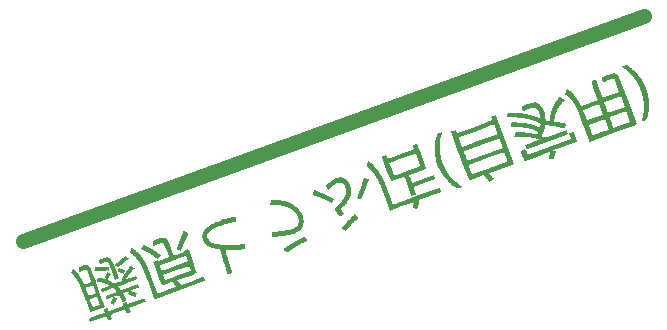
<source format=gbo>
G04 Layer: BottomSilkscreenLayer*
G04 EasyEDA Pro v2.1.21.9b64d12f.b3811b, 2024-04-08 20:46:48*
G04 Gerber Generator version 0.3*
G04 Scale: 100 percent, Rotated: No, Reflected: No*
G04 Dimensions in millimeters*
G04 Leading zeros omitted, absolute positions, 3 integers and 3 decimals*
%FSLAX33Y33*%
%MOMM*%
%ADD10C,1.27*%
G75*


G04 Text Start*
G36*
G01X46812Y384D02*
G01X46607Y309D01*
G01X46481Y262D01*
G01X46412Y233D01*
G01X46401Y228D01*
G01X46397Y224D01*
G01Y218D01*
G01X46401Y213D01*
G01X46410Y206D01*
G01X46438Y192D01*
G01X46466Y176D01*
G01X46478Y168D01*
G01X46511Y146D01*
G01X46543Y129D01*
G01X46579Y104D01*
G01X46634Y70D01*
G01X46686Y35D01*
G01X46835Y-81D01*
G01X46868Y-106D01*
G01X46898Y-123D01*
G01X46909Y-131D01*
G01X46928Y-148D01*
G01X46970Y-191D01*
G01X46982Y-203D01*
G01X47016Y-230D01*
G01X47038Y-255D01*
G01X47062Y-278D01*
G01X47118Y-327D01*
G01X47143Y-354D01*
G01X47167Y-377D01*
G01X47209Y-414D01*
G01X47227Y-431D01*
G01X47243Y-449D01*
G01X47260Y-468D01*
G01X47297Y-513D01*
G01X47345Y-562D01*
G01X47376Y-598D01*
G01X47441Y-682D01*
G01X47472Y-731D01*
G01X47490Y-756D01*
G01X47556Y-834D01*
G01X47574Y-859D01*
G01X47608Y-916D01*
G01X47628Y-948D01*
G01X47653Y-983D01*
G01X47673Y-1014D01*
G01X47716Y-1085D01*
G01X47736Y-1116D01*
G01X47758Y-1145D01*
G01X47769Y-1164D01*
G01X47790Y-1216D01*
G01X47805Y-1245D01*
G01X47821Y-1268D01*
G01X47834Y-1294D01*
G01X47867Y-1374D01*
G01X47875Y-1390D01*
G01X47886Y-1405D01*
G01X47897Y-1425D01*
G01X47908Y-1449D01*
G01X47927Y-1498D01*
G01X47952Y-1560D01*
G01X47962Y-1581D01*
G01X47970Y-1594D01*
G01X47975Y-1601D01*
G01X47993Y-1639D01*
G01X48036Y-1751D01*
G01X48048Y-1784D01*
G01X48079Y-1879D01*
G01X48086Y-1905D01*
G01X48087Y-1913D01*
G01X48088Y-1925D01*
G01X48097Y-1960D01*
G01X48125Y-2042D01*
G01X48141Y-2091D01*
G01X48148Y-2124D01*
G01X48150Y-2146D01*
G01X48157Y-2174D01*
G01X48183Y-2257D01*
G01X48187Y-2274D01*
G01X48190Y-2304D01*
G01X48198Y-2334D01*
G01X48221Y-2404D01*
G01X48227Y-2430D01*
G01X48230Y-2452D01*
G01X48229Y-2481D01*
G01X48230Y-2500D01*
G01X48233Y-2520D01*
G01X48249Y-2575D01*
G01X48253Y-2594D01*
G01X48254Y-2612D01*
G01X48252Y-2627D01*
G01X48250Y-2642D01*
G01Y-2658D01*
G01X48253Y-2675D01*
G01X48265Y-2713D01*
G01X48270Y-2735D01*
G01X48273Y-2758D01*
G01X48274Y-2782D01*
G01X48277Y-2872D01*
G01X48282Y-2936D01*
G01X48285Y-3002D01*
G01X48289Y-3155D01*
G01Y-3213D01*
G01X48284Y-3278D01*
G01X48287Y-3327D01*
G01X48285Y-3358D01*
G01X48278Y-3403D01*
G01X48280Y-3452D01*
G01X48279Y-3471D01*
G01X48277Y-3491D01*
G01X48267Y-3555D01*
G01X48265Y-3592D01*
G01X48263Y-3614D01*
G01X48249Y-3669D01*
G01X48245Y-3690D01*
G01X48242Y-3710D01*
G01X48240Y-3754D01*
G01X48237Y-3787D01*
G01X48231Y-3822D01*
G01X48215Y-3896D01*
G01X48201Y-3953D01*
G01X48176Y-4072D01*
G01X48164Y-4112D01*
G01X48129Y-4223D01*
G01X48124Y-4243D01*
G01X48121Y-4261D01*
G01X48120Y-4288D01*
G01X48117Y-4300D01*
G01X48111Y-4312D01*
G01X48104Y-4324D01*
G01X48096Y-4336D01*
G01X48090Y-4350D01*
G01X48085Y-4366D01*
G01X48078Y-4419D01*
G01X48291Y-4341D01*
G01X48422Y-4291D01*
G01X48476Y-4264D01*
G01X48494Y-4253D01*
G01X48505Y-4244D01*
G01X48510Y-4236D01*
G01X48515Y-4220D01*
G01X48534Y-4158D01*
G01X48600Y-3962D01*
G01X48618Y-3902D01*
G01X48626Y-3867D01*
G01X48644Y-3774D01*
G01X48653Y-3735D01*
G01X48664Y-3702D01*
G01X48668Y-3689D01*
G01X48672Y-3664D01*
G01X48675Y-3622D01*
G01X48678Y-3588D01*
G01X48690Y-3512D01*
G01X48692Y-3475D01*
G01X48694Y-3453D01*
G01X48708Y-3398D01*
G01X48712Y-3378D01*
G01X48715Y-3357D01*
G01X48717Y-3304D01*
G01X48724Y-3216D01*
G01Y-3169D01*
G01X48725Y-3111D01*
G01X48730Y-3042D01*
G01Y-2995D01*
G01X48723Y-2787D01*
G01X48718Y-2750D01*
G01X48714Y-2710D01*
G01X48717Y-2664D01*
G01X48716Y-2646D01*
G01X48700Y-2581D01*
G01X48697Y-2562D01*
G01X48695Y-2544D01*
G01X48697Y-2517D01*
G01Y-2498D01*
G01X48681Y-2433D01*
G01X48678Y-2414D01*
G01X48676Y-2396D01*
G01X48678Y-2369D01*
G01Y-2351D01*
G01X48675Y-2332D01*
G01X48670Y-2313D01*
G01X48654Y-2262D01*
G01X48642Y-2210D01*
G01X48636Y-2184D01*
G01X48630Y-2143D01*
G01X48628Y-2116D01*
G01X48619Y-2081D01*
G01X48556Y-1897D01*
G01X48548Y-1868D01*
G01X48545Y-1850D01*
G01X48543Y-1834D01*
G01X48535Y-1801D01*
G01X48520Y-1756D01*
G01X48501Y-1698D01*
G01X48496Y-1677D01*
G01X48493Y-1649D01*
G01X48490Y-1638D01*
G01X48485Y-1627D01*
G01X48477Y-1616D01*
G01X48469Y-1603D01*
G01X48454Y-1572D01*
G01X48436Y-1528D01*
G01X48414Y-1472D01*
G01X48404Y-1452D01*
G01X48396Y-1440D01*
G01X48389Y-1430D01*
G01X48372Y-1394D01*
G01X48347Y-1328D01*
G01X48339Y-1306D01*
G01X48308Y-1230D01*
G01X48286Y-1187D01*
G01X48274Y-1163D01*
G01X48252Y-1128D01*
G01X48235Y-1103D01*
G01X48220Y-1072D01*
G01X48190Y-997D01*
G01X48178Y-970D01*
G01X48172Y-960D01*
G01X48158Y-942D01*
G01X48140Y-922D01*
G01X48108Y-863D01*
G01X48099Y-845D01*
G01X48090Y-830D01*
G01X48078Y-815D01*
G01X48059Y-797D01*
G01X48049Y-783D01*
G01X48041Y-769D01*
G01X48031Y-746D01*
G01X48018Y-721D01*
G01X48006Y-703D01*
G01X47992Y-683D01*
G01X47944Y-623D01*
G01X47894Y-556D01*
G01X47827Y-468D01*
G01X47820Y-458D01*
G01X47766Y-396D01*
G01X47745Y-372D01*
G01X47687Y-313D01*
G01X47656Y-273D01*
G01X47636Y-250D01*
G01X47602Y-221D01*
G01X47577Y-189D01*
G01X47566Y-176D01*
G01X47545Y-158D01*
G01X47513Y-135D01*
G01X47497Y-122D01*
G01X47481Y-108D01*
G01X47452Y-76D01*
G01X47427Y-52D01*
G01X47401Y-30D01*
G01X47317Y36D01*
G01X47279Y71D01*
G01X47255Y88D01*
G01X47239Y97D01*
G01X47212Y114D01*
G01X47151Y161D01*
G01X47100Y196D01*
G01X47077Y213D01*
G01X47043Y243D01*
G01X47030Y252D01*
G01X47016Y259D01*
G01X46988Y268D01*
G01X46962Y280D01*
G01X46939Y296D01*
G01X46901Y318D01*
G01X46874Y334D01*
G01X46849Y354D01*
G37*
G36*
G01X45684Y-346D02*
G01X45666Y-347D01*
G01X45647Y-351D01*
G01X45610Y-363D01*
G01X45578Y-370D01*
G01X45559Y-372D01*
G01X45524Y-382D01*
G01X45228Y-486D01*
G01X44952Y-589D01*
G01X44906Y-609D01*
G01X44896Y-615D01*
G01X44891Y-619D01*
G01X44872Y-630D01*
G01X44819Y-652D01*
G01X44792Y-664D01*
G01X44765Y-680D01*
G01X44750Y-691D01*
G01X44742Y-703D01*
G01X44738Y-717D01*
G01X44741Y-732D01*
G01X44746Y-746D01*
G01X44752Y-774D01*
G01X44756Y-820D01*
G01X44783Y-966D01*
G01X44788Y-1002D01*
G01X44791Y-1044D01*
G01X44795Y-1058D01*
G01X44801Y-1071D01*
G01X44809Y-1085D01*
G01X44814Y-1091D01*
G01X44820Y-1096D01*
G01X44826Y-1100D01*
G01X44833Y-1102D01*
G01X44840Y-1103D01*
G01X44848D01*
G01X44857Y-1101D01*
G01X44884Y-1092D01*
G01X44913Y-1077D01*
G01X44928Y-1067D01*
G01X44957Y-1053D01*
G01X45286Y-929D01*
G01X45499Y-853D01*
G01X45627Y-814D01*
G01X45649Y-809D01*
G01X45664Y-808D01*
G01X45697Y-813D01*
G01X45728Y-819D01*
G01X45741Y-823D01*
G01X45767Y-836D01*
G01X45803Y-863D01*
G01X45829Y-886D01*
G01X45830Y-887D01*
G01X45834Y-893D01*
G01X45845Y-914D01*
G01X45867Y-962D01*
G01X46038Y-1412D01*
G01X46220Y-1913D01*
G01X45544Y-2159D01*
G01X44915Y-2384D01*
G01X44835Y-2409D01*
G01X44787Y-2418D01*
G01X44522Y-1689D01*
G01X44285Y-1048D01*
G01X44239Y-931D01*
G01X44213Y-889D01*
G01X44039Y-952D01*
G01X43930Y-995D01*
G01X43882Y-1017D01*
G01X43854Y-1033D01*
G01X43847Y-1040D01*
G01X43846D01*
G01Y-1041D01*
G01Y-1046D01*
G01Y-1054D01*
G01X43853Y-1085D01*
G01X43874Y-1156D01*
G01X44106Y-1823D01*
G01X44382Y-2582D01*
G01X43694Y-2833D01*
G01X44946D01*
G01X44947Y-2811D01*
G01X44951Y-2797D01*
G01Y-2796D01*
G01X44953Y-2795D01*
G01X44973Y-2786D01*
G01X45654Y-2532D01*
G01X46353Y-2277D01*
G01X46679Y-3174D01*
G01X45251Y-3693D01*
G01X45099Y-3276D01*
G01X44985Y-2956D01*
G01X44949Y-2845D01*
G01X44946Y-2833D01*
G01X43694D01*
G01X42970Y-3096D01*
G01X42939Y-3017D01*
G01X42915Y-2970D01*
G01X42903Y-2946D01*
G01X42881Y-2911D01*
G01X42858Y-2877D01*
G01X42845Y-2849D01*
G01X42827Y-2809D01*
G01X42813Y-2783D01*
G01X42793Y-2752D01*
G01X42768Y-2717D01*
G01X42753Y-2688D01*
G01X42738Y-2652D01*
G01X42729Y-2636D01*
G01X42718Y-2621D01*
G01X42699Y-2601D01*
G01X42680Y-2576D01*
G01X42666Y-2556D01*
G01X42639Y-2507D01*
G01X42616Y-2470D01*
G01X42591Y-2434D01*
G01X42525Y-2346D01*
G01X42430Y-2226D01*
G01X42392Y-2182D01*
G01X42344Y-2133D01*
G01X42313Y-2097D01*
G01X42284Y-2062D01*
G01X42271Y-2049D01*
G01X42252Y-2035D01*
G01X42227Y-2012D01*
G01X42178Y-1961D01*
G01X42147Y-1935D01*
G01X42122Y-1912D01*
G01X42086Y-1875D01*
G01X42071Y-1860D01*
G01X42055Y-1847D01*
G01X42022Y-1824D01*
G01X41998Y-1807D01*
G01X41964Y-1776D01*
G01X41915Y-1734D01*
G01X41883Y-1709D01*
G01X41848Y-1689D01*
G01X41838Y-1682D01*
G01X41829Y-1674D01*
G01X41812Y-1657D01*
G01X41803Y-1650D01*
G01X41792Y-1647D01*
G01X41779Y-1646D01*
G01X41773D01*
G01X41768Y-1648D01*
G01X41763Y-1652D01*
G01X41758Y-1656D01*
G01X41753Y-1662D01*
G01X41749Y-1668D01*
G01X41742Y-1685D01*
G01X41731Y-1720D01*
G01X41717Y-1755D01*
G01X41714Y-1766D01*
G01X41712Y-1779D01*
G01X41711Y-1803D01*
G01X41708Y-1816D01*
G01X41703Y-1828D01*
G01X41691Y-1846D01*
G01X41678Y-1870D01*
G01X41670Y-1889D01*
G01X41654Y-1935D01*
G01X41634Y-2004D01*
G01X41622Y-2029D01*
G01X41611Y-2047D01*
G01X41609Y-2054D01*
G01Y-2060D01*
G01X41610Y-2067D01*
G01X41613Y-2073D01*
G01X41618Y-2080D01*
G01X41634Y-2094D01*
G01X41707Y-2154D01*
G01X41742Y-2182D01*
G01X41794Y-2217D01*
G01X41817Y-2235D01*
G01X41863Y-2276D01*
G01X41893Y-2299D01*
G01X41919Y-2322D01*
G01X41961Y-2368D01*
G01X42008Y-2415D01*
G01X42050Y-2459D01*
G01X42115Y-2532D01*
G01X42169Y-2596D01*
G01X42280Y-2737D01*
G01X42295Y-2759D01*
G01X42310Y-2795D01*
G01X42317Y-2809D01*
G01X42327Y-2823D01*
G01X42338Y-2836D01*
G01X42357Y-2855D01*
G01X42388Y-2914D01*
G01X42396Y-2932D01*
G01X42406Y-2947D01*
G01X42418Y-2962D01*
G01X42437Y-2981D01*
G01X42447Y-2996D01*
G01X42457Y-3012D01*
G01X42472Y-3050D01*
G01X42485Y-3077D01*
G01X42500Y-3104D01*
G01X42520Y-3135D01*
G01X42546Y-3172D01*
G01X42560Y-3203D01*
G01X42578Y-3248D01*
G01X42600Y-3304D01*
G01X42610Y-3323D01*
G01X42622Y-3341D01*
G01X42634Y-3362D01*
G01X42659Y-3422D01*
G01X42676Y-3455D01*
G01X42688Y-3474D01*
G01X42693Y-3485D01*
G01X43154D01*
G01X43155Y-3463D01*
G01X43158Y-3449D01*
G01X43159D01*
G01Y-3448D01*
G01X43161Y-3447D01*
G01X43180Y-3438D01*
G01X43839Y-3193D01*
G01X44515Y-2946D01*
G01X44841Y-3843D01*
G01X44236Y-4063D01*
G01X45394D01*
G01Y-4062D01*
G01X45395D01*
G01X45397Y-4061D01*
G01X45417Y-4052D01*
G01X46106Y-3795D01*
G01X46812Y-3538D01*
G01X47143Y-4450D01*
G01X46468Y-4695D01*
G01X45838Y-4920D01*
G01X45759Y-4946D01*
G01X45710Y-4954D01*
G01X45550Y-4514D01*
G01X45431Y-4181D01*
G01X45396Y-4072D01*
G01X45394Y-4063D01*
G01X44236D01*
G01X43489Y-4335D01*
G01X43390Y-4061D01*
G01X43298Y-3819D01*
G01X43280Y-3777D01*
G01X43274Y-3768D01*
G01X43266Y-3755D01*
G01X43252Y-3727D01*
G01X43216Y-3637D01*
G01X43207Y-3619D01*
G01X43195Y-3601D01*
G01X43183Y-3582D01*
G01X43169Y-3548D01*
G01X43158Y-3513D01*
G01X43154Y-3485D01*
G01X42693D01*
G01X42707Y-3512D01*
G01X42781Y-3705D01*
G01X42799Y-3743D01*
G01X42804Y-3750D01*
G01X42805Y-3752D01*
G01X42811Y-3766D01*
G01X43163Y-4716D01*
G01X43616D01*
G01X43617Y-4710D01*
G01Y-4709D01*
G01X43618D01*
G01X43620Y-4708D01*
G01X43639Y-4699D01*
G01X44298Y-4453D01*
G01X44974Y-4207D01*
G01X45305Y-5119D01*
G01X44660Y-5353D01*
G01X44058Y-5568D01*
G01X43981Y-5593D01*
G01X43974Y-5595D01*
G01X43944D01*
G01X43935Y-5583D01*
G01Y-5581D01*
G01X43934Y-5578D01*
G01X43926Y-5547D01*
G01X43796Y-5178D01*
G01X43707Y-4937D01*
G01X43641Y-4770D01*
G01X43634Y-4755D01*
G01X43619Y-4726D01*
G01X43616Y-4716D01*
G01X43163D01*
G01X43223Y-4879D01*
G01X43634Y-5992D01*
G01X43659Y-6053D01*
G01X43692Y-6119D01*
G01X45643Y-5409D01*
G01X47591Y-4693D01*
G01X47630Y-4677D01*
G01X47666Y-4655D01*
G01X46933Y-2643D01*
G01X46293Y-904D01*
G01X46180Y-616D01*
G01X46174Y-606D01*
G01X46162Y-592D01*
G01X46152Y-579D01*
G01X46144Y-565D01*
G01X46137Y-550D01*
G01X46130Y-535D01*
G01X46119Y-520D01*
G01X46106Y-505D01*
G01X46058Y-463D01*
G01X46046Y-451D01*
G01X46028Y-431D01*
G01X46018Y-424D01*
G01X46006Y-418D01*
G01X45979Y-409D01*
G01X45953Y-397D01*
G01X45916Y-374D01*
G01X45889Y-365D01*
G01X45832Y-352D01*
G01X45803Y-347D01*
G01X45754Y-349D01*
G01X45719D01*
G37*
G36*
G01X41185Y-2354D02*
G01X41170Y-2358D01*
G01X41156Y-2364D01*
G01X41143Y-2372D01*
G01X41132Y-2382D01*
G01X41123Y-2392D01*
G01X41103Y-2417D01*
G01X41058Y-2468D01*
G01X41019Y-2516D01*
G01X40984Y-2555D01*
G01X40966Y-2578D01*
G01X40860Y-2732D01*
G01X40839Y-2757D01*
G01X40819Y-2775D01*
G01X40812Y-2785D01*
G01X40806Y-2797D01*
G01X40802Y-2810D01*
G01X40797Y-2824D01*
G01X40790Y-2838D01*
G01X40781Y-2851D01*
G01X40758Y-2878D01*
G01X40750Y-2892D01*
G01X40743Y-2905D01*
G01X40738Y-2919D01*
G01X40733Y-2933D01*
G01X40727Y-2947D01*
G01X40718Y-2961D01*
G01X40695Y-2987D01*
G01X40686Y-3001D01*
G01X40679Y-3014D01*
G01X40670Y-3042D01*
G01X40658Y-3068D01*
G01X40636Y-3105D01*
G01X40622Y-3146D01*
G01X40610Y-3172D01*
G01X40588Y-3209D01*
G01X40574Y-3250D01*
G01X40562Y-3276D01*
G01X40547Y-3299D01*
G01X40541Y-3312D01*
G01X40538Y-3324D01*
G01X40536Y-3349D01*
G01X40533Y-3361D01*
G01X40528Y-3374D01*
G01X40517Y-3392D01*
G01X40504Y-3415D01*
G01X40495Y-3435D01*
G01X40487Y-3458D01*
G01X40454Y-3556D01*
G01X40436Y-3616D01*
G01X40419Y-3696D01*
G01X40389Y-3803D01*
G01X40369Y-3890D01*
G01X40362Y-3943D01*
G01X40351Y-4006D01*
G01X40333Y-4099D01*
G01X40327Y-4140D01*
G01X40325Y-4156D01*
G01X40324Y-4197D01*
G01X40317Y-4232D01*
G01X40312Y-4266D01*
G01X40309Y-4316D01*
G01X40304Y-4333D01*
G01X40298Y-4346D01*
G01X40289Y-4356D01*
G01X40279Y-4363D01*
G01X40268Y-4368D01*
G01X40256Y-4371D01*
G01X40243Y-4372D01*
G01X40175Y-4371D01*
G01X40135Y-4369D01*
G01X40095Y-4362D01*
G01X40061Y-4357D01*
G01X40020Y-4354D01*
G01X40011Y-4351D01*
G01X40002Y-4345D01*
G01X39994Y-4338D01*
G01X39988Y-4329D01*
G01X39982Y-4318D01*
G01X39977Y-4305D01*
G01X39966Y-4261D01*
G01X39959Y-4216D01*
G01X39955Y-4170D01*
G01X39944Y-4105D01*
G01X39939Y-4068D01*
G01X39935Y-4020D01*
G01X39926Y-3972D01*
G01X39902Y-3860D01*
G01X39897Y-3834D01*
G01X39891Y-3793D01*
G01X39890Y-3777D01*
G01X39889Y-3769D01*
G01X39878Y-3731D01*
G01X39820Y-3563D01*
G01X39752Y-3386D01*
G01X39736Y-3349D01*
G01X39730Y-3338D01*
G01X39709Y-3307D01*
G01X39677Y-3260D01*
G01X39662Y-3225D01*
G01X39649Y-3200D01*
G01X39637Y-3182D01*
G01X39622Y-3162D01*
G01X39527Y-3042D01*
G01X39511Y-3023D01*
G01X39494Y-3004D01*
G01X39477Y-2988D01*
G01X39459Y-2972D01*
G01X39375Y-2906D01*
G01X39335Y-2872D01*
G01X39320Y-2864D01*
G01X39304Y-2857D01*
G01X39269Y-2851D01*
G01X39254Y-2847D01*
G01X39240Y-2841D01*
G01X39227Y-2833D01*
G01X39215Y-2825D01*
G01X39201Y-2819D01*
G01X39185Y-2814D01*
G01X39168Y-2811D01*
G01X39057Y-2801D01*
G01X39009D01*
G01X38983Y-2802D01*
G01X38943Y-2806D01*
G01X38876Y-2819D01*
G01X38835Y-2825D01*
G01X38820Y-2826D01*
G01X38816Y-2827D01*
G01X38788Y-2834D01*
G01X38393Y-2973D01*
G01X38087Y-3091D01*
G01X38007Y-3128D01*
G01X37985Y-3141D01*
G01X37976Y-3151D01*
G01X37972Y-3159D01*
G01X37970Y-3168D01*
G01X37969Y-3177D01*
G01Y-3187D01*
G01X37973Y-3210D01*
G01X37989Y-3260D01*
G01X37995Y-3295D01*
G01X37996Y-3315D01*
G01X37994Y-3342D01*
G01X37995Y-3358D01*
G01X37998Y-3375D01*
G01X38008Y-3405D01*
G01X38013Y-3433D01*
G01X38016Y-3476D01*
G01X38021Y-3512D01*
G01X38026Y-3531D01*
G01X38033Y-3545D01*
G01X38043Y-3554D01*
G01X38056Y-3560D01*
G01X38070Y-3562D01*
G01X38082D01*
G01X38093Y-3558D01*
G01X38104Y-3551D01*
G01X38115Y-3543D01*
G01X38144Y-3529D01*
G01X38196Y-3507D01*
G01X38220Y-3492D01*
G01X38231Y-3485D01*
G01X38264Y-3470D01*
G01X38444Y-3400D01*
G01X38472Y-3387D01*
G01X38488Y-3377D01*
G01X38499Y-3371D01*
G01X38538Y-3352D01*
G01X38627Y-3318D01*
G01X38733Y-3283D01*
G01X38792Y-3266D01*
G01X38855Y-3252D01*
G01X38904Y-3243D01*
G01X38924Y-3241D01*
G01X38955Y-3238D01*
G01X38988D01*
G01X39008Y-3240D01*
G01X39040Y-3245D01*
G01X39063Y-3254D01*
G01X39101Y-3266D01*
G01X39128Y-3275D01*
G01X39153Y-3290D01*
G01X39213Y-3337D01*
G01X39231Y-3352D01*
G01X39256Y-3375D01*
G01X39279Y-3399D01*
G01X39300Y-3426D01*
G01X39314Y-3446D01*
G01X39334Y-3482D01*
G01X39347Y-3505D01*
G01X39369Y-3540D01*
G01X39384Y-3562D01*
G01X39389Y-3572D01*
G01X39391Y-3581D01*
G01Y-3599D01*
G01X39393Y-3607D01*
G01X39396Y-3614D01*
G01X39403Y-3621D01*
G01X39406Y-3625D01*
G01X39412Y-3635D01*
G01X39424Y-3661D01*
G01X39443Y-3709D01*
G01X39464Y-3772D01*
G01X39470Y-3794D01*
G01X39472Y-3817D01*
G01X39475Y-3839D01*
G01X39492Y-3892D01*
G01X39499Y-3924D01*
G01X39502Y-3952D01*
G01X39510Y-3987D01*
G01X39525Y-4031D01*
G01X39530Y-4054D01*
G01X39533Y-4076D01*
G01Y-4098D01*
G01X39531Y-4117D01*
G01X39525Y-4131D01*
G01X39517Y-4139D01*
G01X39506Y-4142D01*
G01X39480Y-4141D01*
G01X39452Y-4136D01*
G01X39416Y-4124D01*
G01X39360Y-4101D01*
G01X39304Y-4082D01*
G01X39273Y-4068D01*
G01X39255Y-4055D01*
G01X39231Y-4042D01*
G01X39211Y-4034D01*
G01X39188Y-4025D01*
G01X39128Y-4008D01*
G01X39071Y-3995D01*
G01X39053Y-3989D01*
G01X39036Y-3982D01*
G01X39017Y-3970D01*
G01X39003Y-3962D01*
G01X38975Y-3952D01*
G01X38914Y-3938D01*
G01X38899Y-3933D01*
G01X38881Y-3926D01*
G01X38851Y-3917D01*
G01X38773Y-3899D01*
G01X38724Y-3885D01*
G01X38664Y-3867D01*
G01X38555Y-3843D01*
G01X38498Y-3829D01*
G01X38423Y-3814D01*
G01X38331Y-3796D01*
G01X38229Y-3775D01*
G01X38196Y-3773D01*
G01X38174Y-3771D01*
G01X38118Y-3757D01*
G01X38098Y-3753D01*
G01X38077Y-3751D01*
G01X38016Y-3746D01*
G01X37999Y-3744D01*
G01X37956Y-3736D01*
G01X37924Y-3735D01*
G01X37890Y-3732D01*
G01X37835Y-3723D01*
G01X37802Y-3719D01*
G01X37729Y-3713D01*
G01X37690Y-3706D01*
G01X37656Y-3702D01*
G01X37594Y-3698D01*
G01X37506Y-3692D01*
G01X37458D01*
G01X37400Y-3691D01*
G01X37332Y-3686D01*
G01X37285D01*
G01X37239D01*
G01X37221Y-3684D01*
G01X37189Y-3678D01*
G01X37158Y-3676D01*
G01X37077Y-3680D01*
G01X37043Y-3679D01*
G01X37005Y-3676D01*
G01X36967Y-3677D01*
G01X36928Y-3682D01*
G01X36909Y-3683D01*
G01X36893Y-3682D01*
G01X36871Y-3678D01*
G01X36855Y-3676D01*
G01X36828D01*
G01X36809Y-3678D01*
G01X36790Y-3682D01*
G01X36776Y-3689D01*
G01X36765Y-3696D01*
G01X36758Y-3705D01*
G01X36750Y-3728D01*
G01X36740Y-3762D01*
G01X36736Y-3796D01*
G01X36731Y-3866D01*
G01X36724Y-3906D01*
G01X36719Y-3940D01*
G01X36716Y-3990D01*
G01X36711Y-4022D01*
G01X36702Y-4044D01*
G01Y-4053D01*
G01X36705Y-4060D01*
G01X36710Y-4068D01*
G01X36713Y-4071D01*
G01X36718Y-4073D01*
G01X36723Y-4076D01*
G01X36735Y-4080D01*
G01X36758Y-4084D01*
G01X36794Y-4086D01*
G01X36845Y-4083D01*
G01X36912Y-4080D01*
G01X37167Y-4073D01*
G01X37225D01*
G01X37294Y-4078D01*
G01X37354D01*
G01X37436D01*
G01X37523Y-4081D01*
G01X37554Y-4082D01*
G01X37636Y-4089D01*
G01X37690Y-4091D01*
G01X37717Y-4096D01*
G01X37747Y-4101D01*
G01X37797Y-4099D01*
G01X37816D01*
G01X37836Y-4101D01*
G01X37892Y-4111D01*
G01X37975Y-4123D01*
G01X38032Y-4134D01*
G01X38071Y-4136D01*
G01X38083Y-4137D01*
G01X38094Y-4140D01*
G01X38117Y-4149D01*
G01X38131Y-4152D01*
G01X38190Y-4156D01*
G01X38212Y-4160D01*
G01X38232Y-4163D01*
G01X38271Y-4174D01*
G01X38299Y-4180D01*
G01X38344Y-4186D01*
G01X38408Y-4198D01*
G01X38453Y-4207D01*
G01X38523Y-4227D01*
G01X38578Y-4239D01*
G01X38625Y-4249D01*
G01X38674Y-4264D01*
G01X38696Y-4272D01*
G01X38751Y-4288D01*
G01X38789Y-4300D01*
G01X38810Y-4308D01*
G01X38821Y-4311D01*
G01X38834Y-4313D01*
G01X38858Y-4314D01*
G01X38871Y-4317D01*
G01X38883Y-4323D01*
G01X38895Y-4330D01*
G01X38908Y-4338D01*
G01X38921Y-4344D01*
G01X38937Y-4348D01*
G01X38972Y-4354D01*
G01X38987Y-4359D01*
G01X39001Y-4365D01*
G01X39026Y-4380D01*
G01X39051Y-4393D01*
G01X39079Y-4400D01*
G01X39126Y-4418D01*
G01X39164Y-4430D01*
G01X39191Y-4439D01*
G01X39227Y-4462D01*
G01X39253Y-4474D01*
G01X39294Y-4488D01*
G01X39331Y-4511D01*
G01X39357Y-4522D01*
G01X39398Y-4536D01*
G01X39435Y-4559D01*
G01X39460Y-4570D01*
G01X39502Y-4584D01*
G01X39526Y-4599D01*
G01X39532Y-4603D01*
G01X39536Y-4609D01*
G01X39540Y-4616D01*
G01X39543Y-4623D01*
G01X39546Y-4631D01*
G01X39547Y-4640D01*
G01X39548Y-4660D01*
G01X39545Y-4700D01*
G01X39543Y-4716D01*
G01X39534Y-4761D01*
G01X39524Y-4830D01*
G01X39512Y-4885D01*
G01X39509Y-4906D01*
G01X39507Y-4914D01*
G01X39501Y-4920D01*
G01X39492Y-4924D01*
G01X39481Y-4925D01*
G01X39469Y-4924D01*
G01X39456Y-4921D01*
G01X39444Y-4916D01*
G01X39426Y-4904D01*
G01X39403Y-4891D01*
G01X39383Y-4883D01*
G01X39336Y-4867D01*
G01X39268Y-4847D01*
G01X39242Y-4835D01*
G01X39219Y-4819D01*
G01X39207Y-4814D01*
G01X39194Y-4811D01*
G01X39169Y-4810D01*
G01X39157Y-4807D01*
G01X39144Y-4801D01*
G01X39126Y-4789D01*
G01X39103Y-4777D01*
G01X39083Y-4768D01*
G01X39060Y-4760D01*
G01X38962Y-4727D01*
G01X38902Y-4709D01*
G01X38827Y-4692D01*
G01X38812Y-4687D01*
G01X38777Y-4674D01*
G01X38664Y-4642D01*
G01X38636Y-4636D01*
G01X38575Y-4627D01*
G01X38470Y-4605D01*
G01X38378Y-4587D01*
G01X38337Y-4580D01*
G01X38294Y-4578D01*
G01X38282Y-4577D01*
G01X38271Y-4574D01*
G01X38254Y-4567D01*
G01X38241Y-4563D01*
G01X38216Y-4560D01*
G01X38174Y-4557D01*
G01X38140Y-4554D01*
G01X38065Y-4542D01*
G01X38048Y-4540D01*
G01X38008Y-4539D01*
G01X37973Y-4532D01*
G01X37939Y-4527D01*
G01X37877Y-4524D01*
G01X37810Y-4518D01*
G01X37749Y-4515D01*
G01X37402Y-4503D01*
G01X37332D01*
G01X37154Y-4508D01*
G01X37130Y-4510D01*
G01X37110Y-4513D01*
G01X37095Y-4518D01*
G01X37082Y-4525D01*
G01X37073Y-4534D01*
G01X37066Y-4544D01*
G01X37060Y-4556D01*
G01X37054Y-4577D01*
G01X37049Y-4611D01*
G01X37046Y-4663D01*
G01X37043Y-4696D01*
G01X37037Y-4731D01*
G01X37021Y-4806D01*
G01X37017Y-4835D01*
G01X37018Y-4867D01*
G01X37021Y-4882D01*
G01X37028Y-4894D01*
G01X37037Y-4902D01*
G01X37049Y-4907D01*
G01X37064Y-4910D01*
G01X37091Y-4913D01*
G01X37117Y-4912D01*
G01X37178Y-4907D01*
G01X37234Y-4904D01*
G01X37297Y-4899D01*
G01X37376Y-4896D01*
G01X37469D01*
G01X37553D01*
G01X37611D01*
G01X37679Y-4901D01*
G01X37727D01*
G01X37772Y-4902D01*
G01X37791Y-4904D01*
G01X37813Y-4908D01*
G01X37851Y-4912D01*
G01X37931Y-4913D01*
G01X37950Y-4915D01*
G01X37972Y-4919D01*
G01X38007Y-4924D01*
G01X38077Y-4929D01*
G01X38116Y-4936D01*
G01X38150Y-4941D01*
G01X38220Y-4945D01*
G01X38237Y-4947D01*
G01X38280Y-4956D01*
G01X38313Y-4957D01*
G01X38335Y-4960D01*
G01X38400Y-4976D01*
G01X38455Y-4989D01*
G01X38595Y-5018D01*
G01X38643Y-5032D01*
G01X38704Y-5050D01*
G01X38783Y-5067D01*
G01X38823Y-5078D01*
G01X38904Y-5101D01*
G01X38930Y-5113D01*
G01X38954Y-5129D01*
G01X38969Y-5135D01*
G01X38984Y-5139D01*
G01X39019Y-5146D01*
G01X39034Y-5150D01*
G01X39048Y-5156D01*
G01X39073Y-5172D01*
G01X39099Y-5184D01*
G01X39140Y-5197D01*
G01X39176Y-5220D01*
G01X39202Y-5232D01*
G01X39244Y-5246D01*
G01X39280Y-5268D01*
G01X39306Y-5281D01*
G01X39332Y-5290D01*
G01X39342Y-5298D01*
G01X39348Y-5310D01*
G01X39352Y-5325D01*
G01Y-5333D01*
G01Y-5341D01*
G01X39350Y-5349D01*
G01X39348Y-5356D01*
G01X39345Y-5363D01*
G01X39341Y-5371D01*
G01X39336Y-5377D01*
G01X39319Y-5397D01*
G01X39310Y-5411D01*
G01X39303Y-5424D01*
G01X39296Y-5446D01*
G01X39291Y-5459D01*
G01X39283Y-5473D01*
G01X39273Y-5486D01*
G01X39260Y-5499D01*
G01X39253Y-5504D01*
G01X39245Y-5508D01*
G01X39236Y-5511D01*
G01X39227Y-5512D01*
G01X39218Y-5513D01*
G01X39196Y-5510D01*
G01X39121Y-5495D01*
G01X39008Y-5467D01*
G01X38933Y-5451D01*
G01X38841Y-5433D01*
G01X38808Y-5427D01*
G01X38724Y-5415D01*
G01X38667Y-5404D01*
G01X38634Y-5403D01*
G01X38600Y-5400D01*
G01X38535Y-5388D01*
G01X38453Y-5377D01*
G01X38422Y-5371D01*
G01X38393Y-5366D01*
G01X38343Y-5368D01*
G01X38325D01*
G01X38304Y-5365D01*
G01X38258Y-5358D01*
G01X38234Y-5355D01*
G01X38209Y-5354D01*
G01X38126D01*
G01X38079Y-5349D01*
G01X38018Y-5346D01*
G01X37986Y-5344D01*
G01X37921Y-5339D01*
G01X37886D01*
G01X37835Y-5341D01*
G01X37800Y-5339D01*
G01X37763Y-5338D01*
G01X37703Y-5344D01*
G01X37665Y-5345D01*
G01X37610Y-5342D01*
G01X37550Y-5348D01*
G01X37512Y-5349D01*
G01X37476Y-5346D01*
G01X37457Y-5348D01*
G01X37439Y-5351D01*
G01X37420Y-5357D01*
G01X37403Y-5365D01*
G01X37389Y-5375D01*
G01X37380Y-5386D01*
G01X37375Y-5399D01*
G01X37359Y-5474D01*
G01X37350Y-5514D01*
G01X37345Y-5529D01*
G01X37336Y-5552D01*
G01X37334Y-5565D01*
G01X37333Y-5579D01*
G01X37334Y-5610D01*
G01X37332Y-5625D01*
G01X37328Y-5639D01*
G01X37316Y-5658D01*
G01X37310Y-5672D01*
G01X37305Y-5689D01*
G01X37302Y-5707D01*
G01Y-5738D01*
G01X37306Y-5753D01*
G01X37312Y-5764D01*
G01X37321Y-5771D01*
G01X37327Y-5773D01*
G01X37333Y-5775D01*
G01X37347Y-5777D01*
G01X37363D01*
G01X37419Y-5770D01*
G01X37478Y-5766D01*
G01X37552Y-5756D01*
G01X37611Y-5752D01*
G01X37668Y-5744D01*
G01X37700Y-5742D01*
G01X37801Y-5743D01*
G01X37832Y-5740D01*
G01X37898Y-5730D01*
G01X37918Y-5728D01*
G01X37936Y-5729D01*
G01X37959Y-5733D01*
G01X37975Y-5734D01*
G01X38001D01*
G01X38041Y-5729D01*
G01X38079Y-5728D01*
G01X38137Y-5732D01*
G01X38184D01*
G01X38242Y-5733D01*
G01X38289Y-5737D01*
G01X38350Y-5740D01*
G01X38438Y-5743D01*
G01X38460Y-5744D01*
G01X38493Y-5748D01*
G01X38568Y-5760D01*
G01X38606Y-5762D01*
G01X38639Y-5765D01*
G01X38704Y-5776D01*
G01X38787Y-5788D01*
G01X38848Y-5800D01*
G01X38916Y-5810D01*
G01X39020Y-5832D01*
G01X39060Y-5841D01*
G01X39075Y-5846D01*
G01X39093Y-5853D01*
G01X39112Y-5859D01*
G01X39161Y-5867D01*
G01X39189Y-5874D01*
G01X39206Y-5881D01*
G01X39225Y-5887D01*
G01X39274Y-5895D01*
G01X39290Y-5900D01*
G01X39304Y-5906D01*
G01X39329Y-5921D01*
G01X39343Y-5928D01*
G01X39359Y-5932D01*
G01X39393Y-5938D01*
G01X39407Y-5943D01*
G01X39419Y-5950D01*
G01X39428Y-5959D01*
G01Y-5960D01*
G01Y-5961D01*
G01X39427Y-5963D01*
G01X39424Y-5966D01*
G01X39417Y-5971D01*
G01X39388Y-5986D01*
G01X39326Y-6014D01*
G01X38874Y-6186D01*
G01X38343Y-6384D01*
G01X38276Y-6412D01*
G01X38234Y-6437D01*
G01X38289Y-6589D01*
G01X38315Y-6656D01*
G01X38339Y-6706D01*
G01X38349Y-6725D01*
G01X38359Y-6739D01*
G01X38368Y-6749D01*
G01X38376Y-6755D01*
G01X38377D01*
G01X38379D01*
G01X38382D01*
G01X38401Y-6751D01*
G01X38457Y-6735D01*
G01X40108Y-6150D01*
G01X41659Y-5578D01*
G01X41831Y-5508D01*
G01X41841Y-5502D01*
G01X41874Y-5473D01*
G01X41833Y-5359D01*
G01X41813Y-5306D01*
G01X41778Y-5224D01*
G01X41764Y-5195D01*
G01X41737Y-5145D01*
G01X40879Y-5457D01*
G01X40172Y-5711D01*
G01X39988Y-5773D01*
G01X39980Y-5775D01*
G01X39961Y-5777D01*
G01X39945D01*
G01X39930Y-5776D01*
G01X39908Y-5767D01*
G01X39870Y-5755D01*
G01X39842Y-5746D01*
G01X39806Y-5723D01*
G01X39780Y-5711D01*
G01X39739Y-5698D01*
G01X39702Y-5675D01*
G01X39676Y-5663D01*
G01X39650Y-5654D01*
G01X39640Y-5645D01*
G01X39634Y-5634D01*
G01X39631Y-5618D01*
G01X39630Y-5603D01*
G01X39633Y-5588D01*
G01X39637Y-5574D01*
G01X39652Y-5550D01*
G01X39665Y-5524D01*
G01X39671Y-5503D01*
G01X39680Y-5478D01*
G01X39690Y-5459D01*
G01X39726Y-5397D01*
G01X39744Y-5362D01*
G01X39768Y-5311D01*
G01X39777Y-5288D01*
G01X39789Y-5248D01*
G01X39801Y-5222D01*
G01X39824Y-5185D01*
G01X39833Y-5158D01*
G01X39845Y-5120D01*
G01X39854Y-5098D01*
G01X39857Y-5087D01*
G01X39858Y-5075D01*
G01X39859Y-5050D01*
G01X39862Y-5038D01*
G01X39867Y-5026D01*
G01X39875Y-5014D01*
G01X39883Y-5001D01*
G01X39889Y-4987D01*
G01X39893Y-4972D01*
G01X39899Y-4936D01*
G01X39904Y-4908D01*
G01X39918Y-4861D01*
G01X39924Y-4833D01*
G01X39931Y-4788D01*
G01X39936Y-4774D01*
G01X39943Y-4762D01*
G01X39952Y-4753D01*
G01X39962Y-4746D01*
G01X39974Y-4741D01*
G01X39985Y-4738D01*
G01X39998Y-4737D01*
G01X40056Y-4736D01*
G01X40089Y-4739D01*
G01X40162Y-4750D01*
G01X40199Y-4752D01*
G01X40233Y-4755D01*
G01X40298Y-4767D01*
G01X40380Y-4778D01*
G01X40418Y-4786D01*
G01X40452Y-4791D01*
G01X40504Y-4794D01*
G01X40525Y-4797D01*
G01X40545Y-4801D01*
G01X40584Y-4811D01*
G01X40604Y-4815D01*
G01X40625Y-4817D01*
G01X40667Y-4820D01*
G01X40699Y-4825D01*
G01X40717Y-4832D01*
G01X40730Y-4836D01*
G01X40755Y-4840D01*
G01X40797Y-4842D01*
G01X40831Y-4846D01*
G01X40865Y-4851D01*
G01X40970Y-4873D01*
G01X41023Y-4880D01*
G01X41086Y-4891D01*
G01X41178Y-4909D01*
G01X41223Y-4919D01*
G01X41283Y-4935D01*
G01X41311Y-4941D01*
G01X41372Y-4950D01*
G01X41477Y-4973D01*
G01X41517Y-4982D01*
G01X41532Y-4987D01*
G01X41554Y-4995D01*
G01X41563D01*
G01X41570Y-4993D01*
G01X41577Y-4988D01*
G01X41580Y-4984D01*
G01X41583Y-4979D01*
G01X41594Y-4958D01*
G01X41606Y-4926D01*
G01X41614Y-4902D01*
G01X41634Y-4833D01*
G01X41661Y-4748D01*
G01X41676Y-4693D01*
G01X41690Y-4637D01*
G01X41692Y-4624D01*
G01X41690Y-4613D01*
G01X41685Y-4605D01*
G01X41676Y-4599D01*
G01X41671Y-4596D01*
G01X41640Y-4587D01*
G01X41609Y-4580D01*
G01X41576Y-4575D01*
G01X41510Y-4565D01*
G01X41482Y-4558D01*
G01X41459Y-4549D01*
G01X41444Y-4546D01*
G01X41386Y-4541D01*
G01X41354Y-4536D01*
G01X41342Y-4531D01*
G01X41330Y-4527D01*
G01X41316Y-4524D01*
G01X41256Y-4519D01*
G01X41235Y-4517D01*
G01X41216Y-4513D01*
G01X41176Y-4502D01*
G01X41156Y-4498D01*
G01X41135Y-4495D01*
G01X41074Y-4491D01*
G01X41057Y-4489D01*
G01X41014Y-4481D01*
G01X40975Y-4480D01*
G01X40964Y-4478D01*
G01X40952Y-4475D01*
G01X40936Y-4468D01*
G01X40923Y-4465D01*
G01X40898Y-4461D01*
G01X40855Y-4459D01*
G01X40822Y-4455D01*
G01X40747Y-4443D01*
G01X40716Y-4441D01*
G01X40705Y-4439D01*
G01X40696Y-4433D01*
G01X40690Y-4423D01*
G01X40687Y-4409D01*
G01X40686Y-4400D01*
G01Y-4383D01*
G01X40690Y-4356D01*
G01X40700Y-4317D01*
G01X40704Y-4297D01*
G01X40707Y-4276D01*
G01X40711Y-4215D01*
G01X40713Y-4198D01*
G01X40721Y-4155D01*
G01X40723Y-4117D01*
G01X40724Y-4105D01*
G01X40727Y-4093D01*
G01X40734Y-4077D01*
G01X40740Y-4058D01*
G01X40748Y-4009D01*
G01X40755Y-3981D01*
G01X40761Y-3964D01*
G01X40768Y-3945D01*
G01X40776Y-3895D01*
G01X40785Y-3862D01*
G01X40803Y-3820D01*
G01X40822Y-3766D01*
G01X40840Y-3706D01*
G01X40853Y-3649D01*
G01X40859Y-3630D01*
G01X40866Y-3614D01*
G01X40882Y-3589D01*
G01X40895Y-3563D01*
G01X40908Y-3522D01*
G01X40931Y-3485D01*
G01X40943Y-3459D01*
G01X40949Y-3438D01*
G01X40959Y-3413D01*
G01X40968Y-3394D01*
G01X40981Y-3373D01*
G01X41015Y-3321D01*
G01X41050Y-3275D01*
G01X41061Y-3258D01*
G01X41069Y-3242D01*
G01X41074Y-3227D01*
G01X41078Y-3213D01*
G01X41085Y-3199D01*
G01X41094Y-3186D01*
G01X41112Y-3166D01*
G01X41137Y-3133D01*
G01X41157Y-3102D01*
G01X41192Y-3050D01*
G01X41214Y-3022D01*
G01X41265Y-2956D01*
G01X41288Y-2930D01*
G01X41326Y-2894D01*
G01X41341Y-2879D01*
G01X41353Y-2863D01*
G01X41377Y-2829D01*
G01X41392Y-2813D01*
G01X41408Y-2797D01*
G01X41461Y-2751D01*
G01X41475Y-2737D01*
G01X41504Y-2703D01*
G01X41536Y-2678D01*
G01X41549Y-2667D01*
G01X41568Y-2647D01*
G01X41579Y-2630D01*
G01X41587Y-2615D01*
G01X41588Y-2603D01*
G01X41584Y-2595D01*
G01X41573Y-2590D01*
G01X41559Y-2585D01*
G01X41545Y-2578D01*
G01X41532Y-2569D01*
G01X41505Y-2547D01*
G01X41491Y-2537D01*
G01X41478Y-2531D01*
G01X41450Y-2522D01*
G01X41424Y-2510D01*
G01X41355Y-2463D01*
G01X41256Y-2401D01*
G01X41239Y-2389D01*
G01X41226Y-2377D01*
G01X41207Y-2359D01*
G01X41197Y-2355D01*
G37*
G36*
G01X35756Y-3881D02*
G01X35604Y-3936D01*
G01X35460Y-3992D01*
G01X35427Y-4007D01*
G01X35382Y-4035D01*
G01X35434Y-4179D01*
G01X35469Y-4287D01*
G01X35474Y-4313D01*
G01X35469Y-4321D01*
G01X35467Y-4322D01*
G01X35455Y-4325D01*
G01X33962Y-4861D01*
G01X32474Y-5403D01*
G01X32435Y-5296D01*
G01X32408Y-5227D01*
G01X32387Y-5177D01*
G01X32375Y-5155D01*
G01X32354Y-5120D01*
G01X32164Y-5189D01*
G01X32020Y-5243D01*
G01X31983Y-5259D01*
G01X31973Y-5264D01*
G01X31969Y-5268D01*
G01Y-5269D01*
G01X31972Y-5279D01*
G01X32150Y-5772D01*
G01X32617D01*
G01X32618Y-5771D01*
G01X32629Y-5766D01*
G01X34118Y-5217D01*
G01X35614Y-4673D01*
G01X35749Y-5045D01*
G01X35833Y-5277D01*
G01X35888Y-5442D01*
G01X35891Y-5457D01*
G01X35897Y-5498D01*
G01X34439Y-6029D01*
G01X32973Y-6556D01*
G01X32940Y-6566D01*
G01X32900Y-6572D01*
G01X32756Y-6177D01*
G01X32634Y-5834D01*
G01X32618Y-5781D01*
G01X32617Y-5772D01*
G01X32150D01*
G01X32582Y-6972D01*
G01X33054D01*
G01Y-6971D01*
G01X33056Y-6969D01*
G01X33060Y-6966D01*
G01X33079Y-6957D01*
G01X33135Y-6931D01*
G01X34496Y-6421D01*
G01X35955Y-5884D01*
G01X35989Y-5869D01*
G01X36040Y-5842D01*
G01X36333Y-6647D01*
G01X33325Y-7742D01*
G01X33190Y-7370D01*
G01X33088Y-7084D01*
G01X33056Y-6984D01*
G01X33054Y-6972D01*
G01X32582D01*
G01X32711Y-7329D01*
G01X33002Y-8111D01*
G01X33468D01*
G01X33469D01*
G01X33470Y-8110D01*
G01X33480Y-8105D01*
G01X34969Y-7556D01*
G01X36465Y-7011D01*
G01X36603Y-7391D01*
G01X36687Y-7627D01*
G01X36729Y-7763D01*
G01X36734Y-7787D01*
G01X36735Y-7799D01*
G01X36734Y-7800D01*
G01Y-7801D01*
G01X36732Y-7802D01*
G01X36728Y-7805D01*
G01X36709Y-7815D01*
G01X36653Y-7840D01*
G01X35293Y-8350D01*
G01X33837Y-8873D01*
G01X33801Y-8884D01*
G01X33745Y-8896D01*
G01X33604Y-8509D01*
G01X33485Y-8172D01*
G01X33469Y-8119D01*
G01X33468Y-8111D01*
G01X33002D01*
G01X33451Y-9317D01*
G01X33481Y-9384D01*
G01X33488Y-9394D01*
G01X33490D01*
G01X33492Y-9395D01*
G01X33496D01*
G01X33506Y-9394D01*
G01X33540Y-9386D01*
G01X33615Y-9365D01*
G01X34096Y-9198D01*
G01X34680Y-8979D01*
G01X34704Y-8966D01*
G01X34716Y-8962D01*
G01X34728D01*
G01X34742Y-8964D01*
G01X34755Y-8968D01*
G01X34768Y-8975D01*
G01X34779Y-8986D01*
G01X34789Y-8998D01*
G01X34809Y-9025D01*
G01X34857Y-9074D01*
G01X34884Y-9106D01*
G01X34932Y-9172D01*
G01X35003Y-9255D01*
G01X35053Y-9323D01*
G01X35078Y-9356D01*
G01X35100Y-9382D01*
G01X35127Y-9409D01*
G01X35151Y-9439D01*
G01X35172Y-9472D01*
G01X35184Y-9486D01*
G01X35195Y-9499D01*
G01X35206Y-9508D01*
G01X35213Y-9512D01*
G01X35219Y-9514D01*
G01X35227D01*
G01X35234Y-9513D01*
G01X35243Y-9511D01*
G01X35251Y-9506D01*
G01X35270Y-9494D01*
G01X35356Y-9428D01*
G01X35413Y-9394D01*
G01X35429Y-9382D01*
G01X35443Y-9370D01*
G01X35458Y-9352D01*
G01X35470Y-9341D01*
G01X35493Y-9323D01*
G01X35533Y-9298D01*
G01X35548Y-9287D01*
G01X35558Y-9276D01*
G01X35566Y-9265D01*
G01X35569Y-9255D01*
G01Y-9245D01*
G01X35566Y-9235D01*
G01X35559Y-9225D01*
G01X35541Y-9203D01*
G01X35504Y-9167D01*
G01X35462Y-9123D01*
G01X35404Y-9058D01*
G01X35383Y-9035D01*
G01X35335Y-8988D01*
G01X35266Y-8914D01*
G01X35235Y-8889D01*
G01X35224Y-8878D01*
G01X35207Y-8857D01*
G01X35196Y-8841D01*
G01X35174Y-8806D01*
G01X36162Y-8447D01*
G01X37158Y-8078D01*
G01X37215Y-8055D01*
G01X37281Y-8022D01*
G01X36539Y-5987D01*
G01X35794Y-3956D01*
G01X35777Y-3917D01*
G37*
G36*
G01X42339Y-5287D02*
G01X41960Y-5425D01*
G01X42031Y-5622D01*
G01X42096Y-5808D01*
G01X42107Y-5848D01*
G01X42110Y-5860D01*
G01X42116Y-5901D01*
G01X38425Y-7245D01*
G01X38353Y-7047D01*
G01X38283Y-6864D01*
G01X38266Y-6825D01*
G01X38260Y-6814D01*
G01X38238Y-6779D01*
G01X37859Y-6917D01*
G01X38008Y-7327D01*
G01X38127Y-7637D01*
G01X38164Y-7716D01*
G01X38177Y-7736D01*
G01X38185Y-7744D01*
G01X38188D01*
G01X38194Y-7743D01*
G01X38244Y-7730D01*
G01X39208Y-7389D01*
G01X40212Y-7019D01*
G01X40269Y-6995D01*
G01X40299Y-6981D01*
G01X40321Y-6973D01*
G01X40338Y-6971D01*
G01X40348Y-6975D01*
G01X40351Y-6978D01*
G01X40353Y-6982D01*
G01X40354Y-6988D01*
G01X40355Y-6994D01*
G01X40353Y-7008D01*
G01X40341Y-7056D01*
G01X40319Y-7155D01*
G01X40308Y-7196D01*
G01X40272Y-7307D01*
G01X40267Y-7326D01*
G01X40265Y-7344D01*
G01X40263Y-7371D01*
G01X40260Y-7383D01*
G01X40254Y-7395D01*
G01X40243Y-7413D01*
G01X40235Y-7427D01*
G01X40226Y-7455D01*
G01X40221Y-7477D01*
G01X40218Y-7498D01*
G01X40220Y-7516D01*
G01X40226Y-7530D01*
G01X40236Y-7540D01*
G01X40242Y-7544D01*
G01X40256Y-7552D01*
G01X40283Y-7562D01*
G01X40305Y-7566D01*
G01X40410Y-7589D01*
G01X40453Y-7595D01*
G01X40494Y-7603D01*
G01X40552Y-7621D01*
G01X40573Y-7624D01*
G01X40592Y-7623D01*
G01X40600Y-7622D01*
G01X40609Y-7619D01*
G01X40622Y-7613D01*
G01X40633Y-7604D01*
G01X40641Y-7593D01*
G01X40646Y-7580D01*
G01X40657Y-7542D01*
G01X40670Y-7511D01*
G01X40688Y-7462D01*
G01X40696Y-7438D01*
G01X40712Y-7384D01*
G01X40724Y-7346D01*
G01X40738Y-7312D01*
G01X40782Y-7152D01*
G01X40800Y-7080D01*
G01X40819Y-7018D01*
G01X40825Y-6996D01*
G01X40826Y-6979D01*
G01X40823Y-6967D01*
G01X40815Y-6959D01*
G01X40790Y-6949D01*
G01X40756Y-6938D01*
G01X40726Y-6930D01*
G01X40650Y-6912D01*
G01X40633Y-6907D01*
G01X40620Y-6902D01*
G01X40612Y-6896D01*
G01X40605Y-6883D01*
G01X40611Y-6870D01*
G01X40618Y-6865D01*
G01X40627Y-6860D01*
G01X40637Y-6857D01*
G01X40649Y-6856D01*
G01X40651D01*
G01X40669Y-6851D01*
G01X41594Y-6521D01*
G01X42523Y-6177D01*
G01X42578Y-6154D01*
G01X42644Y-6122D01*
G37*
G36*
G01X31212Y-5307D02*
G01X31203Y-5307D01*
G01X31181Y-5312D01*
G01X31141Y-5323D01*
G01X31008Y-5369D01*
G01X30918Y-5404D01*
G01X30853Y-5434D01*
G01X30830Y-5447D01*
G01X30813Y-5459D01*
G01X30803Y-5470D01*
G01X30799Y-5479D01*
G01X30796Y-5496D01*
G01X30791Y-5512D01*
G01X30785Y-5526D01*
G01X30770Y-5550D01*
G01X30757Y-5576D01*
G01X30749Y-5606D01*
G01X30730Y-5668D01*
G01X30697Y-5766D01*
G01X30683Y-5812D01*
G01X30679Y-5832D01*
G01X30674Y-5867D01*
G01X30666Y-5896D01*
G01X30660Y-5913D01*
G01X30654Y-5932D01*
G01X30646Y-5981D01*
G01X30639Y-6009D01*
G01X30630Y-6032D01*
G01X30627Y-6047D01*
G01X30622Y-6106D01*
G01X30620Y-6127D01*
G01X30616Y-6147D01*
G01X30605Y-6186D01*
G01X30601Y-6207D01*
G01X30599Y-6228D01*
G01X30595Y-6289D01*
G01X30588Y-6328D01*
G01X30583Y-6362D01*
G01X30580Y-6424D01*
G01X30572Y-6512D01*
G01Y-6617D01*
G01X30568Y-6665D01*
G01Y-6700D01*
G01X30576Y-6850D01*
G01X30580Y-6957D01*
G01X30587Y-7013D01*
G01X30588Y-7052D01*
G01X30586Y-7088D01*
G01Y-7104D01*
G01X30589Y-7121D01*
G01X30598Y-7151D01*
G01X30604Y-7179D01*
G01X30608Y-7223D01*
G01X30615Y-7266D01*
G01X30630Y-7355D01*
G01X30635Y-7392D01*
G01X30638Y-7436D01*
G01X30645Y-7464D01*
G01X30666Y-7527D01*
G01X30678Y-7568D01*
G01X30688Y-7609D01*
G01X30693Y-7635D01*
G01X30699Y-7676D01*
G01X30701Y-7696D01*
G01X30711Y-7730D01*
G01X30809Y-8013D01*
G01X30897Y-8247D01*
G01X30936Y-8342D01*
G01X30957Y-8383D01*
G01X30978Y-8418D01*
G01X30995Y-8442D01*
G01X31009Y-8470D01*
G01X31041Y-8552D01*
G01X31058Y-8587D01*
G01X31068Y-8606D01*
G01X31089Y-8638D01*
G01X31113Y-8673D01*
G01X31130Y-8706D01*
G01X31152Y-8758D01*
G01X31163Y-8776D01*
G01X31174Y-8791D01*
G01X31193Y-8811D01*
G01X31204Y-8825D01*
G01X31213Y-8842D01*
G01X31229Y-8879D01*
G01X31239Y-8899D01*
G01X31252Y-8918D01*
G01X31266Y-8938D01*
G01X31314Y-8998D01*
G01X31364Y-9066D01*
G01X31434Y-9161D01*
G01X31467Y-9205D01*
G01X31498Y-9242D01*
G01X31729Y-9501D01*
G01X31744Y-9517D01*
G01X31769Y-9540D01*
G01X31826Y-9590D01*
G01X31856Y-9622D01*
G01X31864Y-9630D01*
G01X31874Y-9637D01*
G01X31889Y-9645D01*
G01X31901Y-9653D01*
G01X31920Y-9670D01*
G01X31961Y-9713D01*
G01X31974Y-9725D01*
G01X32082Y-9809D01*
G01X32143Y-9851D01*
G01X32187Y-9885D01*
G01X32226Y-9914D01*
G01X32268Y-9941D01*
G01X32289Y-9954D01*
G01X32349Y-9994D01*
G01X32424Y-10043D01*
G01X32473Y-10075D01*
G01X32475Y-10076D01*
G01X32479Y-10077D01*
G01X32486D01*
G01X32497D01*
G01X32536Y-10070D01*
G01X32582Y-10057D01*
G01X32684Y-10022D01*
G01X32802Y-9978D01*
G01X32870Y-9950D01*
G01X32881Y-9944D01*
G01X32887Y-9940D01*
G01X32890Y-9933D01*
G01Y-9925D01*
G01X32885Y-9918D01*
G01X32876Y-9909D01*
G01X32863Y-9900D01*
G01X32787Y-9852D01*
G01X32729Y-9813D01*
G01X32691Y-9791D01*
G01X32664Y-9774D01*
G01X32639Y-9755D01*
G01X32555Y-9689D01*
G01X32516Y-9654D01*
G01X32493Y-9636D01*
G01X32453Y-9607D01*
G01X32430Y-9590D01*
G01X32395Y-9560D01*
G01X32373Y-9542D01*
G01X32332Y-9513D01*
G01X32316Y-9500D01*
G01X32301Y-9486D01*
G01X32258Y-9442D01*
G01X32228Y-9416D01*
G01X32202Y-9393D01*
G01X32159Y-9348D01*
G01X32101Y-9288D01*
G01X32071Y-9248D01*
G01X32050Y-9226D01*
G01X32032Y-9212D01*
G01X32006Y-9186D01*
G01X31983Y-9159D01*
G01X31946Y-9115D01*
G01X31913Y-9081D01*
G01X31889Y-9051D01*
G01X31854Y-8998D01*
G01X31825Y-8959D01*
G01X31769Y-8888D01*
G01X31733Y-8838D01*
G01X31691Y-8780D01*
G01X31670Y-8748D01*
G01X31628Y-8678D01*
G01X31608Y-8647D01*
G01X31588Y-8620D01*
G01X31570Y-8591D01*
G01X31527Y-8507D01*
G01X31503Y-8464D01*
G01X31485Y-8439D01*
G01X31472Y-8413D01*
G01X31440Y-8333D01*
G01X31431Y-8317D01*
G01X31416Y-8294D01*
G01X31401Y-8262D01*
G01X31331Y-8081D01*
G01X31318Y-8053D01*
G01X31309Y-8037D01*
G01X31302Y-8027D01*
G01X31284Y-7990D01*
G01X31257Y-7918D01*
G01X31229Y-7838D01*
G01X31223Y-7812D01*
G01X31220Y-7794D01*
G01X31218Y-7782D01*
G01X31209Y-7746D01*
G01X31146Y-7563D01*
G01X31138Y-7534D01*
G01X31136Y-7515D01*
G01X31134Y-7501D01*
G01X31128Y-7473D01*
G01X31101Y-7390D01*
G01X31097Y-7372D01*
G01X31095Y-7354D01*
G01X31091Y-7321D01*
G01X31070Y-7228D01*
G01X31061Y-7180D01*
G01X31057Y-7133D01*
G01X31046Y-7068D01*
G01X31041Y-7031D01*
G01X31038Y-6988D01*
G01X31029Y-6913D01*
G01X31024Y-6855D01*
G01X31017Y-6798D01*
G01X31014Y-6766D01*
G01X31015Y-6664D01*
G01X31013Y-6635D01*
G01X31006Y-6579D01*
G01X31005Y-6561D01*
G01X31006Y-6544D01*
G01X31010Y-6522D01*
G01X31012Y-6506D01*
G01Y-6480D01*
G01X31007Y-6440D01*
G01Y-6423D01*
G01X31008Y-6406D01*
G01X31010Y-6391D01*
G01X31014Y-6362D01*
G01X31013Y-6313D01*
G01X31014Y-6283D01*
G01X31019Y-6261D01*
G01X31024Y-6227D01*
G01X31028Y-6157D01*
G01X31031Y-6140D01*
G01X31039Y-6097D01*
G01X31040Y-6058D01*
G01X31042Y-6046D01*
G01X31045Y-6035D01*
G01X31051Y-6019D01*
G01X31055Y-6006D01*
G01X31059Y-5981D01*
G01X31063Y-5921D01*
G01X31065Y-5903D01*
G01X31094Y-5769D01*
G01X31113Y-5699D01*
G01X31135Y-5600D01*
G01X31146Y-5559D01*
G01X31182Y-5448D01*
G01X31198Y-5394D01*
G01X31210Y-5356D01*
G01X31218Y-5335D01*
G01X31220Y-5326D01*
G01Y-5317D01*
G01X31219Y-5309D01*
G01X31218Y-5308D01*
G01X31217D01*
G01X31214Y-5307D01*
G37*
G36*
G01X29066Y-6315D02*
G01X29048Y-6316D01*
G01X29014Y-6323D01*
G01X28980Y-6332D01*
G01X28923Y-6351D01*
G01X28785Y-6404D01*
G01X28754Y-6419D01*
G01X28708Y-6447D01*
G01X28755Y-6576D01*
G01X28783Y-6659D01*
G01X28794Y-6701D01*
G01X28799Y-6730D01*
G01X28798Y-6741D01*
G01X28797Y-6743D01*
G01X28795Y-6745D01*
G01X28792Y-6747D01*
G01X28784Y-6753D01*
G01X28750Y-6771D01*
G01X28660Y-6811D01*
G01X27700Y-7174D01*
G01X26607Y-7572D01*
G01X26557Y-7436D01*
G01X26523Y-7349D01*
G01X26504Y-7309D01*
G01X26488Y-7282D01*
G01X26481Y-7274D01*
G01X26480Y-7273D01*
G01X26477Y-7272D01*
G01X26475Y-7270D01*
G01X26469Y-7268D01*
G01X26463Y-7267D01*
G01X26450D01*
G01X26424Y-7270D01*
G01X26398Y-7276D01*
G01X26358Y-7287D01*
G01X26280Y-7313D01*
G01X26204Y-7342D01*
G01X26114Y-7378D01*
G01X26101Y-7387D01*
G01Y-7388D01*
G01Y-7389D01*
G01X26105Y-7405D01*
G01X26292Y-7927D01*
G01X26744D01*
G01Y-7926D01*
G01X26745D01*
G01X26746Y-7925D01*
G01X26761Y-7919D01*
G01X27812Y-7529D01*
G01X28062Y-7439D01*
G01X28907Y-7138D01*
G01X28916Y-7136D01*
G01X28957Y-7130D01*
G01X29139Y-7631D01*
G01X29250Y-7942D01*
G01X29308Y-8121D01*
G01X29318Y-8162D01*
G01Y-8169D01*
G01X29317Y-8170D01*
G01Y-8171D01*
G01X29315Y-8172D01*
G01X29312Y-8175D01*
G01X29304Y-8180D01*
G01X29269Y-8199D01*
G01X29180Y-8238D01*
G01X28220Y-8602D01*
G01X27127Y-9000D01*
G01X26933Y-8469D01*
G01X26816Y-8143D01*
G01X26746Y-7937D01*
G01X26744Y-7927D01*
G01X26292D01*
G01X26474Y-8438D01*
G01X26564Y-8682D01*
G01X26845Y-9417D01*
G01X26869Y-9467D01*
G01X26877Y-9480D01*
G01X26881Y-9485D01*
G01X26882D01*
G01X26884D01*
G01X26891D01*
G01X26912Y-9480D01*
G01X26962Y-9466D01*
G01X27404Y-9312D01*
G01X27620Y-9232D01*
G01X27905Y-9123D01*
G01X27917Y-9117D01*
G01X27928Y-9109D01*
G01X27941Y-9104D01*
G01X27955Y-9100D01*
G01X27970Y-9097D01*
G01X27971D01*
G01X27972Y-9098D01*
G01X27973D01*
G01X27976Y-9100D01*
G01X27979Y-9103D01*
G01X27986Y-9114D01*
G01X28007Y-9154D01*
G01X28047Y-9243D01*
G01X28285Y-9868D01*
G01X28584Y-10670D01*
G01X28594Y-10693D01*
G01X28621Y-10744D01*
G01X28781Y-10686D01*
G01X28932Y-10628D01*
G01X28965Y-10612D01*
G01X29010Y-10585D01*
G01X28914Y-10319D01*
G01X28840Y-10110D01*
G01X28814Y-10026D01*
G01X28811Y-10013D01*
G01X28805Y-9972D01*
G01X29678Y-9654D01*
G01X30342Y-9410D01*
G01X30579Y-9319D01*
G01X30587Y-9315D01*
G01X30622Y-9293D01*
G01X30563Y-9133D01*
G01X30526Y-9039D01*
G01X30512Y-9010D01*
G01X30485Y-8965D01*
G01X29612Y-9283D01*
G01X28946Y-9522D01*
G01X28706Y-9605D01*
G01X28697Y-9607D01*
G01X28657Y-9613D01*
G01X28540Y-9294D01*
G01X28440Y-9010D01*
G01X28426Y-8961D01*
G01X28424Y-8949D01*
G01X28425Y-8938D01*
G01X28430Y-8930D01*
G01X28438Y-8925D01*
G01X28449Y-8923D01*
G01X28452D01*
G01X28474Y-8916D01*
G01X29127Y-8685D01*
G01X29581Y-8516D01*
G01X29784Y-8434D01*
G01X29813Y-8420D01*
G01X29821Y-8416D01*
G01X29861Y-8384D01*
G01X29490Y-7366D01*
G01X29116Y-6368D01*
G01X29098Y-6330D01*
G01X29094Y-6324D01*
G01X29090Y-6321D01*
G01X29088Y-6320D01*
G01X29082Y-6317D01*
G01X29076Y-6316D01*
G37*
G36*
G01X24961Y-7787D02*
G01X24949Y-7791D01*
G01X24939Y-7799D01*
G01X24931Y-7813D01*
G01X24925Y-7828D01*
G01X24914Y-7858D01*
G01X24910Y-7872D01*
G01X24898Y-7910D01*
G01X24889Y-7931D01*
G01X24886Y-7943D01*
G01X24884Y-7955D01*
G01X24883Y-7980D01*
G01X24880Y-7992D01*
G01X24875Y-8005D01*
G01X24868Y-8016D01*
G01X24853Y-8041D01*
G01X24839Y-8082D01*
G01X24827Y-8108D01*
G01X24812Y-8132D01*
G01X24807Y-8146D01*
G01X24805Y-8161D01*
G01X24806Y-8176D01*
G01X24809Y-8192D01*
G01X24814Y-8206D01*
G01X24822Y-8217D01*
G01X24833Y-8227D01*
G01X24893Y-8274D01*
G01X24925Y-8299D01*
G01X24955Y-8316D01*
G01X24967Y-8324D01*
G01X24985Y-8340D01*
G01X25027Y-8384D01*
G01X25058Y-8409D01*
G01X25084Y-8432D01*
G01X25132Y-8483D01*
G01X25163Y-8509D01*
G01X25190Y-8535D01*
G01X25213Y-8562D01*
G01X25250Y-8606D01*
G01X25298Y-8655D01*
G01X25328Y-8691D01*
G01X25393Y-8775D01*
G01X25413Y-8807D01*
G01X25436Y-8839D01*
G01X25468Y-8873D01*
G01X25487Y-8898D01*
G01X25501Y-8918D01*
G01X25528Y-8967D01*
G01X25551Y-9004D01*
G01X25576Y-9040D01*
G01X25626Y-9108D01*
G01X25641Y-9130D01*
G01X25659Y-9172D01*
G01X25672Y-9198D01*
G01X25682Y-9211D01*
G01X25700Y-9240D01*
G01X25743Y-9324D01*
G01X25768Y-9367D01*
G01X25779Y-9382D01*
G01X25790Y-9403D01*
G01X25801Y-9426D01*
G01X25820Y-9476D01*
G01X25845Y-9538D01*
G01X25855Y-9558D01*
G01X25864Y-9572D01*
G01X25872Y-9584D01*
G01X25885Y-9610D01*
G01X25918Y-9690D01*
G01X25926Y-9706D01*
G01X25935Y-9720D01*
G01X25942Y-9734D01*
G01X26357Y-10854D01*
G01X26763Y-11971D01*
G01X27765Y-11606D01*
G01X28635Y-11296D01*
G01X28768Y-11254D01*
G01X28782Y-11251D01*
G01X28788D01*
G01X28797Y-11256D01*
G01X28802Y-11263D01*
G01X28803Y-11272D01*
G01X28800Y-11281D01*
G01X28795Y-11293D01*
G01X28792Y-11308D01*
G01X28787Y-11365D01*
G01X28782Y-11397D01*
G01X28777Y-11410D01*
G01X28773Y-11421D01*
G01X28770Y-11436D01*
G01X28765Y-11495D01*
G01X28762Y-11516D01*
G01X28758Y-11536D01*
G01X28745Y-11586D01*
G01X28732Y-11641D01*
G01X28717Y-11715D01*
G01X28715Y-11729D01*
G01Y-11740D01*
G01X28718Y-11749D01*
G01X28723Y-11756D01*
G01X28730Y-11762D01*
G01X28740Y-11767D01*
G01X28751Y-11772D01*
G01X28772Y-11777D01*
G01X28806Y-11782D01*
G01X28876Y-11787D01*
G01X28915Y-11794D01*
G01X28949Y-11798D01*
G01X29020Y-11803D01*
G01X29037Y-11805D01*
G01X29066Y-11810D01*
G01X29080Y-11809D01*
G01X29094Y-11804D01*
G01X29107Y-11797D01*
G01X29114Y-11792D01*
G01X29120Y-11786D01*
G01X29125Y-11781D01*
G01X29129Y-11774D01*
G01X29133Y-11767D01*
G01X29136Y-11759D01*
G01X29138Y-11751D01*
G01X29142Y-11724D01*
G01X29148Y-11696D01*
G01X29164Y-11638D01*
G01X29186Y-11538D01*
G01X29202Y-11479D01*
G01X29207Y-11447D01*
G01X29208Y-11421D01*
G01X29209Y-11409D01*
G01X29213Y-11398D01*
G01X29221Y-11376D01*
G01X29224Y-11361D01*
G01X29229Y-11302D01*
G01X29234Y-11270D01*
G01X29241Y-11253D01*
G01X29245Y-11240D01*
G01X29249Y-11215D01*
G01X29251Y-11172D01*
G01X29255Y-11150D01*
G01X29260Y-11126D01*
G01X29267Y-11102D01*
G01X29284Y-11053D01*
G01X30180Y-10727D01*
G01X30861Y-10477D01*
G01X31104Y-10383D01*
G01X31111Y-10379D01*
G01X31147Y-10358D01*
G01X31092Y-10206D01*
G01X31055Y-10111D01*
G01X31035Y-10069D01*
G01X31019Y-10043D01*
G01X31013Y-10037D01*
G01X31007D01*
G01X30991Y-10040D01*
G01X30940Y-10055D01*
G01X29015Y-10738D01*
G01X27040Y-11457D01*
G01X26722Y-10584D01*
G01X26428Y-9786D01*
G01X26392Y-9696D01*
G01X26389Y-9690D01*
G01X26382Y-9680D01*
G01X26364Y-9640D01*
G01X26301Y-9479D01*
G01X26284Y-9444D01*
G01X26275Y-9432D01*
G01X26264Y-9413D01*
G01X26243Y-9362D01*
G01X26228Y-9332D01*
G01X26212Y-9310D01*
G01X26199Y-9284D01*
G01X26166Y-9203D01*
G01X26157Y-9187D01*
G01X26130Y-9146D01*
G01X26104Y-9097D01*
G01X26089Y-9070D01*
G01X26053Y-9004D01*
G01X26033Y-8973D01*
G01X26001Y-8926D01*
G01X25983Y-8884D01*
G01X25969Y-8859D01*
G01X25944Y-8822D01*
G01X25909Y-8764D01*
G01X25888Y-8733D01*
G01X25866Y-8703D01*
G01X25830Y-8654D01*
G01X25801Y-8609D01*
G01X25757Y-8544D01*
G01X25690Y-8457D01*
G01X25627Y-8376D01*
G01X25589Y-8332D01*
G01X25541Y-8283D01*
G01X25511Y-8247D01*
G01X25473Y-8203D01*
G01X25429Y-8158D01*
G01X25406Y-8132D01*
G01X25382Y-8108D01*
G01X25332Y-8066D01*
G01X25281Y-8020D01*
G01X25232Y-7978D01*
G01X25161Y-7922D01*
G01X25141Y-7904D01*
G01X25124Y-7885D01*
G01X25114Y-7877D01*
G01X25102Y-7871D01*
G01X25089Y-7867D01*
G01X25074Y-7862D01*
G01X25060Y-7854D01*
G01X25046Y-7843D01*
G01X25017Y-7813D01*
G01X25002Y-7802D01*
G01X24988Y-7793D01*
G01X24974Y-7788D01*
G37*
G36*
G01X22623Y-9156D02*
G01X22539Y-9156D01*
G01X22513Y-9158D01*
G01X22473Y-9162D01*
G01X22406Y-9174D01*
G01X22365Y-9181D01*
G01X22339Y-9183D01*
G01X22303Y-9192D01*
G01X22241Y-9213D01*
G01X22178Y-9238D01*
G01X22160Y-9247D01*
G01X22153Y-9254D01*
G01X22151Y-9257D01*
G01X22147Y-9260D01*
G01X22126Y-9274D01*
G01X22063Y-9308D01*
G01X22025Y-9330D01*
G01X21987Y-9357D01*
G01X21928Y-9392D01*
G01X21897Y-9413D01*
G01X21866Y-9436D01*
G01X21627Y-9626D01*
G01X21592Y-9656D01*
G01X21579Y-9669D01*
G01X21549Y-9704D01*
G01X21510Y-9734D01*
G01X21496Y-9746D01*
G01X21482Y-9762D01*
G01X21452Y-9796D01*
G01X21438Y-9811D01*
G01X21423Y-9824D01*
G01X21398Y-9843D01*
G01X21390Y-9852D01*
G01X21387Y-9860D01*
G01Y-9868D01*
G01X21394Y-9884D01*
G01X21420Y-9933D01*
G01X21433Y-9957D01*
G01X21454Y-9992D01*
G01X21481Y-10031D01*
G01X21519Y-10099D01*
G01X21541Y-10133D01*
G01X21565Y-10165D01*
G01X21580Y-10180D01*
G01X21595Y-10188D01*
G01X21608Y-10187D01*
G01X21621Y-10178D01*
G01X21644Y-10153D01*
G01X21668Y-10123D01*
G01X21691Y-10097D01*
G01X21736Y-10055D01*
G01X21796Y-9996D01*
G01X21836Y-9966D01*
G01X21862Y-9944D01*
G01X21900Y-9907D01*
G01X21941Y-9877D01*
G01X21963Y-9856D01*
G01X21982Y-9833D01*
G01X21995Y-9823D01*
G01X22010Y-9815D01*
G01X22045Y-9799D01*
G01X22060Y-9791D01*
G01X22073Y-9781D01*
G01X22085Y-9767D01*
G01X22091Y-9760D01*
G01X22107Y-9748D01*
G01X22136Y-9729D01*
G01X22166Y-9713D01*
G01X22297Y-9648D01*
G01X22327Y-9634D01*
G01X22353Y-9624D01*
G01X22373Y-9618D01*
G01X22388Y-9615D01*
G01X22391D01*
G01X22425Y-9611D01*
G01X22485Y-9598D01*
G01X22532Y-9588D01*
G01X22557Y-9585D01*
G01X22576Y-9586D01*
G01X22598Y-9590D01*
G01X22629Y-9592D01*
G01X22661Y-9590D01*
G01X22676Y-9592D01*
G01X22690Y-9597D01*
G01X22714Y-9612D01*
G01X22740Y-9625D01*
G01X22768Y-9633D01*
G01X22782Y-9640D01*
G01X22795Y-9649D01*
G01X22861Y-9710D01*
G01X22874Y-9724D01*
G01X22886Y-9739D01*
G01X22899Y-9757D01*
G01X22923Y-9798D01*
G01X22943Y-9829D01*
G01X22958Y-9850D01*
G01X22974Y-9883D01*
G01X22998Y-9944D01*
G01X23005Y-9964D01*
G01X23021Y-10013D01*
G01X23028Y-10046D01*
G01X23029Y-10060D01*
G01X23034Y-10084D01*
G01X23054Y-10146D01*
G01X23062Y-10181D01*
G01X23063Y-10195D01*
G01X23068Y-10279D01*
G01X23070Y-10321D01*
G01Y-10355D01*
G01X23068Y-10374D01*
G01X23060Y-10446D01*
G01X23058Y-10464D01*
G01X23052Y-10492D01*
G01X23039Y-10539D01*
G01X23032Y-10568D01*
G01X23026Y-10612D01*
G01X23021Y-10628D01*
G01X23015Y-10642D01*
G01X23003Y-10661D01*
G01X22990Y-10684D01*
G01X22981Y-10704D01*
G01X22965Y-10749D01*
G01X22950Y-10780D01*
G01X22938Y-10797D01*
G01X22933Y-10806D01*
G01X22929Y-10817D01*
G01X22923Y-10838D01*
G01X22913Y-10863D01*
G01X22903Y-10882D01*
G01X22891Y-10903D01*
G01X22837Y-10992D01*
G01X22803Y-11044D01*
G01X22756Y-11105D01*
G01X22739Y-11135D01*
G01X22731Y-11146D01*
G01X22714Y-11165D01*
G01X22671Y-11207D01*
G01X22659Y-11220D01*
G01X22631Y-11253D01*
G01X22607Y-11276D01*
G01X22583Y-11299D01*
G01X22547Y-11342D01*
G01X22530Y-11359D01*
G01X22512Y-11376D01*
G01X22493Y-11392D01*
G01X22449Y-11429D01*
G01X22415Y-11463D01*
G01X22389Y-11485D01*
G01X22348Y-11515D01*
G01X22310Y-11553D01*
G01X22237Y-11623D01*
G01X22216Y-11647D01*
G01X22181Y-11695D01*
G01X22174Y-11707D01*
G01X22168Y-11721D01*
G01X22163Y-11737D01*
G01X22155Y-11788D01*
G01X22148Y-11826D01*
G01Y-11844D01*
G01X22152Y-11866D01*
G01X22164Y-11907D01*
G01X22176Y-11937D01*
G01X22189Y-11965D01*
G01X22204Y-11991D01*
G01X22221Y-12016D01*
G01X22289Y-12107D01*
G01X22320Y-12156D01*
G01X22338Y-12181D01*
G01X22404Y-12259D01*
G01X22422Y-12284D01*
G01X22456Y-12341D01*
G01X22468Y-12358D01*
G01X22480Y-12371D01*
G01X22502Y-12391D01*
G01X22512Y-12402D01*
G01X22520Y-12415D01*
G01X22533Y-12442D01*
G01X22543Y-12451D01*
G01X22555Y-12456D01*
G01X22570D01*
G01X22586Y-12454D01*
G01X22600Y-12450D01*
G01X22613Y-12444D01*
G01X22634Y-12429D01*
G01X22685Y-12393D01*
G01X22729Y-12360D01*
G01X22780Y-12324D01*
G01X22838Y-12281D01*
G01X22869Y-12261D01*
G01X22884Y-12250D01*
G01X22894Y-12239D01*
G01X22898Y-12229D01*
G01X22896Y-12217D01*
G01X22891Y-12206D01*
G01X22879Y-12184D01*
G01X22864Y-12164D01*
G01X22829Y-12113D01*
G01X22786Y-12055D01*
G01X22755Y-12007D01*
G01X22731Y-11977D01*
G01X22712Y-11957D01*
G01X22699Y-11940D01*
G01X22681Y-11906D01*
G01X22670Y-11878D01*
G01X22662Y-11849D01*
G01X22660Y-11836D01*
G01Y-11823D01*
G01X22662Y-11812D01*
G01X22665Y-11800D01*
G01X22671Y-11790D01*
G01X22677Y-11781D01*
G01X22692Y-11764D01*
G01X22707Y-11749D01*
G01X22720Y-11736D01*
G01X22748Y-11716D01*
G01X22770Y-11695D01*
G01X22784Y-11677D01*
G01X22810Y-11651D01*
G01X22846Y-11620D01*
G01X22909Y-11567D01*
G01X22924Y-11553D01*
G01X22945Y-11529D01*
G01X22954Y-11512D01*
G01X22962Y-11501D01*
G01X22978Y-11482D01*
G01X23022Y-11440D01*
G01X23043Y-11415D01*
G01X23119Y-11317D01*
G01X23147Y-11275D01*
G01X23159Y-11254D01*
G01X23191Y-11207D01*
G01X23269Y-11092D01*
G01X23284Y-11067D01*
G01X23298Y-11027D01*
G01X23310Y-11001D01*
G01X23332Y-10964D01*
G01X23346Y-10923D01*
G01X23358Y-10897D01*
G01X23371Y-10879D01*
G01X23383Y-10855D01*
G01X23391Y-10835D01*
G01X23400Y-10812D01*
G01X23441Y-10691D01*
G01X23456Y-10637D01*
G01X23472Y-10573D01*
G01X23477Y-10539D01*
G01X23480Y-10487D01*
G01X23482Y-10466D01*
G01X23486Y-10446D01*
G01X23498Y-10398D01*
G01X23501Y-10371D01*
G01X23499Y-10338D01*
G01Y-10303D01*
G01X23502Y-10268D01*
G01X23501Y-10251D01*
G01X23498Y-10235D01*
G01X23489Y-10204D01*
G01X23487Y-10189D01*
G01Y-10175D01*
G01X23492Y-10146D01*
G01Y-10132D01*
G01X23489Y-10117D01*
G01X23480Y-10087D01*
G01X23475Y-10059D01*
G01X23473Y-10040D01*
G01X23470Y-10017D01*
G01X23453Y-9964D01*
G01X23446Y-9932D01*
G01X23443Y-9904D01*
G01X23436Y-9876D01*
G01X23424Y-9840D01*
G01X23405Y-9792D01*
G01X23394Y-9770D01*
G01X23372Y-9732D01*
G01X23330Y-9651D01*
G01X23315Y-9621D01*
G01X23290Y-9578D01*
G01X23264Y-9542D01*
G01X23233Y-9494D01*
G01X23209Y-9463D01*
G01X23183Y-9437D01*
G01X23113Y-9364D01*
G01X23029Y-9296D01*
G01X23011Y-9283D01*
G01X22994Y-9273D01*
G01X22978Y-9264D01*
G01X22950Y-9256D01*
G01X22924Y-9244D01*
G01X22906Y-9231D01*
G01X22882Y-9219D01*
G01X22863Y-9210D01*
G01X22816Y-9194D01*
G01X22762Y-9178D01*
G01X22698Y-9163D01*
G01X22664Y-9158D01*
G37*
G36*
G01X24608Y-9193D02*
G01X24597Y-9194D01*
G01X24589Y-9200D01*
G01X24581Y-9213D01*
G01X24569Y-9239D01*
G01X24550Y-9293D01*
G01X24542Y-9316D01*
G01X24537Y-9336D01*
G01X24534Y-9353D01*
G01X24533Y-9380D01*
G01X24530Y-9393D01*
G01X24525Y-9405D01*
G01X24513Y-9423D01*
G01X24505Y-9438D01*
G01X24496Y-9465D01*
G01X24482Y-9527D01*
G01X24477Y-9541D01*
G01X24463Y-9576D01*
G01X24452Y-9616D01*
G01X24435Y-9662D01*
G01X24423Y-9700D01*
G01X24411Y-9739D01*
G01X24402Y-9760D01*
G01X24399Y-9771D01*
G01X24398Y-9783D01*
G01X24397Y-9808D01*
G01X24394Y-9821D01*
G01X24388Y-9833D01*
G01X24373Y-9857D01*
G01X24368Y-9869D01*
G01X24365Y-9881D01*
G01X24363Y-9907D01*
G01X24360Y-9919D01*
G01X24355Y-9931D01*
G01X24340Y-9955D01*
G01X24334Y-9969D01*
G01X24329Y-9985D01*
G01X24324Y-10019D01*
G01X24319Y-10035D01*
G01X24313Y-10049D01*
G01X24297Y-10074D01*
G01X24285Y-10100D01*
G01X24277Y-10127D01*
G01X24262Y-10168D01*
G01X24252Y-10198D01*
G01X24241Y-10251D01*
G01X24235Y-10270D01*
G01X24228Y-10286D01*
G01X24219Y-10299D01*
G01X24211Y-10312D01*
G01X24205Y-10326D01*
G01X24201Y-10341D01*
G01X24195Y-10376D01*
G01X24190Y-10391D01*
G01X24184Y-10405D01*
G01X24172Y-10424D01*
G01X24165Y-10439D01*
G01X24155Y-10466D01*
G01X24145Y-10510D01*
G01X24139Y-10528D01*
G01X24132Y-10544D01*
G01X24117Y-10569D01*
G01X24111Y-10582D01*
G01X24108Y-10594D01*
G01X24107Y-10619D01*
G01X24104Y-10631D01*
G01X24099Y-10644D01*
G01X24083Y-10667D01*
G01X24071Y-10693D01*
G01X24063Y-10721D01*
G01X24046Y-10767D01*
G01X24033Y-10805D01*
G01X24024Y-10833D01*
G01X24010Y-10857D01*
G01X24004Y-10869D01*
G01X24003Y-10881D01*
G01X24008Y-10893D01*
G01X24019Y-10905D01*
G01X24031Y-10916D01*
G01X24045Y-10924D01*
G01X24057Y-10929D01*
G01X24083Y-10931D01*
G01X24095Y-10933D01*
G01X24108Y-10939D01*
G01X24131Y-10953D01*
G01X24143Y-10959D01*
G01X24156Y-10962D01*
G01X24181Y-10964D01*
G01X24194Y-10967D01*
G01X24206Y-10972D01*
G01X24223Y-10983D01*
G01X24238Y-10991D01*
G01X24266Y-11001D01*
G01X24287Y-11005D01*
G01X24308Y-11008D01*
G01X24324Y-11007D01*
G01X24336Y-11002D01*
G01X24343Y-10994D01*
G01X24355Y-10972D01*
G01X24377Y-10938D01*
G01X24383Y-10926D01*
G01X24386Y-10913D01*
G01X24388Y-10888D01*
G01X24390Y-10875D01*
G01X24396Y-10864D01*
G01X24403Y-10851D01*
G01X24418Y-10827D01*
G01X24431Y-10786D01*
G01X24443Y-10760D01*
G01X24466Y-10723D01*
G01X24480Y-10682D01*
G01X24492Y-10656D01*
G01X24515Y-10620D01*
G01X24524Y-10592D01*
G01X24536Y-10554D01*
G01X24550Y-10521D01*
G01X24561Y-10481D01*
G01X24573Y-10455D01*
G01X24589Y-10431D01*
G01X24594Y-10419D01*
G01X24597Y-10406D01*
G01X24598Y-10381D01*
G01X24601Y-10369D01*
G01X24607Y-10357D01*
G01X24614Y-10344D01*
G01X24629Y-10320D01*
G01X24643Y-10279D01*
G01X24655Y-10253D01*
G01X24670Y-10229D01*
G01X24675Y-10217D01*
G01X24678Y-10205D01*
G01X24680Y-10179D01*
G01X24683Y-10167D01*
G01X24688Y-10155D01*
G01X24700Y-10137D01*
G01X24713Y-10113D01*
G01X24721Y-10093D01*
G01X24737Y-10047D01*
G01X24757Y-9979D01*
G01X24769Y-9953D01*
G01X24781Y-9935D01*
G01X24789Y-9921D01*
G01X24799Y-9893D01*
G01X24808Y-9850D01*
G01X24814Y-9831D01*
G01X24821Y-9815D01*
G01X24830Y-9802D01*
G01X24837Y-9789D01*
G01X24843Y-9775D01*
G01X24848Y-9760D01*
G01X24854Y-9725D01*
G01X24858Y-9710D01*
G01X24865Y-9696D01*
G01X24876Y-9677D01*
G01X24884Y-9662D01*
G01X24894Y-9635D01*
G01X24904Y-9592D01*
G01X24910Y-9573D01*
G01X24916Y-9557D01*
G01X24932Y-9532D01*
G01X24938Y-9519D01*
G01X24940Y-9507D01*
G01X24942Y-9482D01*
G01X24945Y-9470D01*
G01X24950Y-9457D01*
G01X24962Y-9439D01*
G01X24970Y-9425D01*
G01X24979Y-9397D01*
G01X24984Y-9376D01*
G01X24993Y-9329D01*
G01X24921Y-9306D01*
G01X24853Y-9285D01*
G01X24827Y-9274D01*
G01X24803Y-9258D01*
G01X24791Y-9253D01*
G01X24779Y-9250D01*
G01X24753Y-9248D01*
G01X24741Y-9245D01*
G01X24728Y-9240D01*
G01X24705Y-9225D01*
G01X24693Y-9220D01*
G01X24680Y-9217D01*
G01X24655Y-9215D01*
G01X24643Y-9212D01*
G01X24630Y-9206D01*
G37*
G36*
G01X20390Y-10222D02*
G01X20378Y-10225D01*
G01X20370Y-10232D01*
G01X20364Y-10243D01*
G01X20360Y-10259D01*
G01X20357Y-10276D01*
G01X20353Y-10292D01*
G01X20346Y-10306D01*
G01X20339Y-10318D01*
G01X20324Y-10343D01*
G01X20310Y-10384D01*
G01X20299Y-10410D01*
G01X20276Y-10447D01*
G01X20262Y-10488D01*
G01X20250Y-10514D01*
G01X20235Y-10537D01*
G01X20230Y-10550D01*
G01X20227Y-10562D01*
G01X20226Y-10575D01*
G01X20227Y-10586D01*
G01X20231Y-10596D01*
G01X20238Y-10604D01*
G01X20247Y-10610D01*
G01X20269Y-10621D01*
G01X20303Y-10645D01*
G01X20329Y-10657D01*
G01X20359Y-10665D01*
G01X20443Y-10692D01*
G01X20512Y-10712D01*
G01X20537Y-10724D01*
G01X20574Y-10746D01*
G01X20601Y-10756D01*
G01X20640Y-10768D01*
G01X20673Y-10781D01*
G01X20713Y-10793D01*
G01X20739Y-10805D01*
G01X20776Y-10828D01*
G01X20803Y-10837D01*
G01X20841Y-10849D01*
G01X20875Y-10863D01*
G01X20915Y-10875D01*
G01X20941Y-10886D01*
G01X20959Y-10899D01*
G01X20982Y-10912D01*
G01X21002Y-10920D01*
G01X21070Y-10944D01*
G01X21105Y-10960D01*
G01X21183Y-10995D01*
G01X21213Y-11006D01*
G01X21227Y-11010D01*
G01X21254Y-11020D01*
G01X21291Y-11042D01*
G01X21317Y-11054D01*
G01X21358Y-11068D01*
G01X21394Y-11090D01*
G01X21420Y-11102D01*
G01X21461Y-11116D01*
G01X21486Y-11131D01*
G01X21518Y-11151D01*
G01X21555Y-11170D01*
G01X21583Y-11186D01*
G01X21595Y-11194D01*
G01X21620Y-11209D01*
G01X21661Y-11222D01*
G01X21687Y-11234D01*
G01X21723Y-11257D01*
G01X21764Y-11270D01*
G01X21790Y-11283D01*
G01X21814Y-11298D01*
G01X21826Y-11304D01*
G01X21838Y-11307D01*
G01X21851D01*
G01X21863Y-11305D01*
G01X21872Y-11299D01*
G01X21879Y-11291D01*
G01X21888Y-11264D01*
G01X21900Y-11238D01*
G01X21923Y-11202D01*
G01X21936Y-11161D01*
G01X21948Y-11135D01*
G01X21971Y-11098D01*
G01X21984Y-11057D01*
G01X21996Y-11031D01*
G01X22011Y-11008D01*
G01X22013Y-10997D01*
G01X22012Y-10986D01*
G01X22006Y-10976D01*
G01X21997Y-10967D01*
G01X21987Y-10959D01*
G01X21975Y-10953D01*
G01X21948Y-10945D01*
G01X21936Y-10939D01*
G01X21926Y-10931D01*
G01X21909Y-10913D01*
G01X21898Y-10905D01*
G01X21887Y-10899D01*
G01X21866Y-10893D01*
G01X21841Y-10883D01*
G01X21822Y-10873D01*
G01X21780Y-10848D01*
G01X21721Y-10809D01*
G01X21695Y-10797D01*
G01X21654Y-10783D01*
G01X21617Y-10761D01*
G01X21592Y-10749D01*
G01X21570Y-10743D01*
G01X21545Y-10733D01*
G01X21526Y-10723D01*
G01X21464Y-10687D01*
G01X21415Y-10662D01*
G01X21387Y-10646D01*
G01X21375Y-10638D01*
G01X21351Y-10623D01*
G01X21310Y-10610D01*
G01X21284Y-10597D01*
G01X21247Y-10575D01*
G01X21206Y-10561D01*
G01X21180Y-10549D01*
G01X21143Y-10526D01*
G01X21102Y-10513D01*
G01X21076Y-10501D01*
G01X21053Y-10485D01*
G01X21040Y-10480D01*
G01X21028Y-10477D01*
G01X21003Y-10475D01*
G01X20991Y-10472D01*
G01X20978Y-10467D01*
G01X20953Y-10451D01*
G01X20930Y-10437D01*
G01X20902Y-10423D01*
G01X20839Y-10394D01*
G01X20817Y-10385D01*
G01X20777Y-10373D01*
G01X20751Y-10361D01*
G01X20732Y-10349D01*
G01X20709Y-10336D01*
G01X20689Y-10328D01*
G01X20643Y-10312D01*
G01X20575Y-10292D01*
G01X20549Y-10280D01*
G01X20525Y-10265D01*
G01X20513Y-10259D01*
G01X20500Y-10256D01*
G01X20475Y-10254D01*
G01X20463Y-10251D01*
G01X20451Y-10246D01*
G01X20427Y-10231D01*
G01X20415Y-10226D01*
G01X20402Y-10223D01*
G37*
G36*
G01X16991Y-11069D02*
G01X16939Y-11072D01*
G01X16829Y-11071D01*
G01X16770Y-11075D01*
G01X16755Y-11078D01*
G01X16745Y-11083D01*
G01X16738Y-11089D01*
G01X16735Y-11097D01*
G01X16729Y-11123D01*
G01X16716Y-11164D01*
G01X16698Y-11224D01*
G01X16680Y-11306D01*
G01X16665Y-11354D01*
G01X16647Y-11415D01*
G01X16640Y-11450D01*
G01X16637Y-11470D01*
G01X16639Y-11484D01*
G01X16646Y-11492D01*
G01X16656Y-11495D01*
G01X16669Y-11496D01*
G01X16696Y-11499D01*
G01X16724Y-11504D01*
G01X16739D01*
G01X16754Y-11502D01*
G01X16784Y-11492D01*
G01X16801Y-11490D01*
G01X16817Y-11489D01*
G01X16853Y-11492D01*
G01X16892Y-11491D01*
G01X16932Y-11486D01*
G01X16964Y-11483D01*
G01X17065Y-11484D01*
G01X17144Y-11483D01*
G01X17213Y-11488D01*
G01X17264Y-11486D01*
G01X17283D01*
G01X17303Y-11488D01*
G01X17349Y-11496D01*
G01X17383Y-11501D01*
G01X17455Y-11505D01*
G01X17472Y-11508D01*
G01X17518Y-11517D01*
G01X17570Y-11524D01*
G01X17598Y-11530D01*
G01X17645Y-11543D01*
G01X17673Y-11549D01*
G01X17710Y-11555D01*
G01X17751Y-11564D01*
G01X17809Y-11582D01*
G01X17877Y-11601D01*
G01X17918Y-11617D01*
G01X17948Y-11626D01*
G01X18001Y-11638D01*
G01X18020Y-11644D01*
G01X18036Y-11651D01*
G01X18061Y-11667D01*
G01X18087Y-11679D01*
G01X18128Y-11693D01*
G01X18165Y-11715D01*
G01X18190Y-11728D01*
G01X18212Y-11734D01*
G01X18237Y-11743D01*
G01X18255Y-11753D01*
G01X18277Y-11765D01*
G01X18454Y-11873D01*
G01X18506Y-11908D01*
G01X18567Y-11954D01*
G01X18597Y-11972D01*
G01X18609Y-11980D01*
G01X18627Y-11996D01*
G01X18669Y-12040D01*
G01X18694Y-12061D01*
G01X18716Y-12081D01*
G01X18747Y-12120D01*
G01X18759Y-12134D01*
G01X18774Y-12148D01*
G01X18791Y-12163D01*
G01X18815Y-12185D01*
G01X18827Y-12200D01*
G01X18836Y-12215D01*
G01X18845Y-12237D01*
G01X18853Y-12250D01*
G01X18863Y-12261D01*
G01X18884Y-12280D01*
G01X18894Y-12291D01*
G01X18902Y-12304D01*
G01X18914Y-12333D01*
G01X18928Y-12358D01*
G01X18939Y-12374D01*
G01X18950Y-12393D01*
G01X18972Y-12444D01*
G01X18987Y-12473D01*
G01X18998Y-12490D01*
G01X19005Y-12502D01*
G01X19010Y-12518D01*
G01X19021Y-12568D01*
G01X19040Y-12657D01*
G01X19047Y-12690D01*
G01X19057Y-12738D01*
G01X19059Y-12767D01*
G01X19064Y-12846D01*
G01X19059Y-12915D01*
G01X19058Y-12950D01*
G01X19056Y-12972D01*
G01X19039Y-13037D01*
G01X19021Y-13116D01*
G01X19013Y-13138D01*
G01X19003Y-13161D01*
G01X18991Y-13183D01*
G01X18956Y-13235D01*
G01X18887Y-13324D01*
G01X18877Y-13334D01*
G01X18867Y-13344D01*
G01X18854Y-13352D01*
G01X18825Y-13364D01*
G01X18812Y-13373D01*
G01X18801Y-13382D01*
G01X18787Y-13398D01*
G01X18781Y-13404D01*
G01X18768Y-13414D01*
G01X18750Y-13424D01*
G01X18708Y-13441D01*
G01X18675Y-13457D01*
G01X18650Y-13474D01*
G01X18619Y-13488D01*
G01X18575Y-13506D01*
G01X18517Y-13525D01*
G01X18496Y-13530D01*
G01X18481Y-13532D01*
G01X18466Y-13533D01*
G01X18435Y-13541D01*
G01X18331Y-13575D01*
G01X18263Y-13594D01*
G01X18230Y-13601D01*
G01X18182Y-13610D01*
G01X18152Y-13613D01*
G01X18123Y-13620D01*
G01X18062Y-13640D01*
G01X18028Y-13647D01*
G01X18008Y-13648D01*
G01X17980Y-13646D01*
G01X17960Y-13648D01*
G01X17939Y-13652D01*
G01X17895Y-13667D01*
G01X17860Y-13675D01*
G01X17846Y-13677D01*
G01X17815Y-13679D01*
G01X17749Y-13691D01*
G01X17712Y-13695D01*
G01X17698Y-13696D01*
G01X17671Y-13699D01*
G01X17634Y-13710D01*
G01X17618Y-13714D01*
G01X17602Y-13716D01*
G01X17585Y-13715D01*
G01X17558Y-13714D01*
G01X17541D01*
G01X17525Y-13717D01*
G01X17495Y-13726D01*
G01X17480Y-13728D01*
G01X17465D01*
G01X17451Y-13726D01*
G01X17436Y-13724D01*
G01X17420D01*
G01X17403Y-13727D01*
G01X17366Y-13738D01*
G01X17349Y-13741D01*
G01X17333Y-13742D01*
G01X17311Y-13738D01*
G01X17293Y-13737D01*
G01X17260Y-13740D01*
G01X17195Y-13751D01*
G01X17172Y-13753D01*
G01X17152D01*
G01X17125Y-13751D01*
G01X17108Y-13752D01*
G01X17092Y-13755D01*
G01X17061Y-13764D01*
G01X17046Y-13766D01*
G01X17032D01*
G01X17003Y-13761D01*
G01X16989D01*
G01X16974Y-13763D01*
G01X16943Y-13772D01*
G01X16929Y-13774D01*
G01X16914D01*
G01X16893Y-13770D01*
G01X16884D01*
G01X16867Y-13771D01*
G01X16848Y-13774D01*
G01X16815Y-13786D01*
G01X16806Y-13791D01*
G01X16798Y-13798D01*
G01X16791Y-13805D01*
G01X16786Y-13813D01*
G01X16782Y-13821D01*
G01X16780Y-13831D01*
G01X16779Y-13841D01*
G01X16776Y-13928D01*
G01Y-14004D01*
G01X16774Y-14136D01*
G01X16776Y-14148D01*
G01X16779Y-14160D01*
G01X16784Y-14171D01*
G01X16791Y-14181D01*
G01X16800Y-14189D01*
G01X16811Y-14196D01*
G01X16824Y-14198D01*
G01X16840D01*
G01X16899Y-14194D01*
G01X17098Y-14181D01*
G01X17164Y-14171D01*
G01X17186Y-14169D01*
G01X17206Y-14168D01*
G01X17234Y-14170D01*
G01X17251D01*
G01X17268Y-14169D01*
G01X17284Y-14165D01*
G01X17307Y-14158D01*
G01X17323Y-14155D01*
G01X17340Y-14154D01*
G01X17377Y-14156D01*
G01X17397D01*
G01X17419Y-14154D01*
G01X17465Y-14147D01*
G01X17502Y-14142D01*
G01X17547Y-14138D01*
G01X17612Y-14127D01*
G01X17649Y-14122D01*
G01X17695Y-14119D01*
G01X17760Y-14108D01*
G01X17797Y-14103D01*
G01X17841Y-14100D01*
G01X17878Y-14095D01*
G01X17975Y-14077D01*
G01X18000Y-14072D01*
G01X18041Y-14066D01*
G01X18062Y-14064D01*
G01X18084Y-14061D01*
G01X18138Y-14044D01*
G01X18169Y-14037D01*
G01X18189Y-14036D01*
G01X18213Y-14031D01*
G01X18275Y-14011D01*
G01X18311Y-14003D01*
G01X18340Y-13999D01*
G01X18368Y-13993D01*
G01X18450Y-13966D01*
G01X18468Y-13962D01*
G01X18484Y-13961D01*
G01X18493Y-13960D01*
G01X18534Y-13949D01*
G01X18637Y-13914D01*
G01X18774Y-13860D01*
G01X18832Y-13834D01*
G01X18862Y-13819D01*
G01X18905Y-13795D01*
G01X18917Y-13786D01*
G01X18940Y-13771D01*
G01X18982Y-13753D01*
G01X19007Y-13739D01*
G01X19042Y-13714D01*
G01X19091Y-13683D01*
G01X19121Y-13660D01*
G01X19159Y-13623D01*
G01X19193Y-13597D01*
G01X19206Y-13586D01*
G01X19224Y-13565D01*
G01X19253Y-13526D01*
G01X19265Y-13513D01*
G01X19279Y-13502D01*
G01X19298Y-13487D01*
G01X19308Y-13476D01*
G01X19315Y-13464D01*
G01X19322Y-13443D01*
G01X19332Y-13418D01*
G01X19342Y-13398D01*
G01X19365Y-13357D01*
G01X19380Y-13326D01*
G01X19385Y-13306D01*
G01X19388Y-13296D01*
G01X19402Y-13274D01*
G01X19417Y-13249D01*
G01X19426Y-13222D01*
G01X19468Y-13052D01*
G01X19472Y-13023D01*
G01X19470Y-12973D01*
G01X19471Y-12955D01*
G01X19473Y-12934D01*
G01X19480Y-12888D01*
G01X19482Y-12867D01*
G01X19481Y-12845D01*
G01X19476Y-12803D01*
G01X19469Y-12725D01*
G01X19464Y-12639D01*
G01X19463Y-12632D01*
G01X19453Y-12595D01*
G01X19400Y-12440D01*
G01X19339Y-12282D01*
G01X19325Y-12253D01*
G01X19320Y-12246D01*
G01X19312Y-12234D01*
G01X19299Y-12208D01*
G01X19275Y-12148D01*
G01X19258Y-12117D01*
G01X19246Y-12101D01*
G01X19227Y-12082D01*
G01X19217Y-12068D01*
G01X19208Y-12054D01*
G01X19199Y-12031D01*
G01X19191Y-12016D01*
G01X19175Y-11992D01*
G01X19117Y-11924D01*
G01X19109Y-11914D01*
G01X19061Y-11848D01*
G01X19035Y-11816D01*
G01X19007Y-11788D01*
G01X18976Y-11762D01*
G01X18951Y-11739D01*
G01X18915Y-11701D01*
G01X18890Y-11677D01*
G01X18865Y-11655D01*
G01X18829Y-11627D01*
G01X18622Y-11485D01*
G01X18588Y-11464D01*
G01X18559Y-11448D01*
G01X18513Y-11421D01*
G01X18492Y-11409D01*
G01X18445Y-11377D01*
G01X18421Y-11362D01*
G01X18379Y-11349D01*
G01X18354Y-11337D01*
G01X18329Y-11321D01*
G01X18315Y-11315D01*
G01X18299Y-11311D01*
G01X18265Y-11305D01*
G01X18249Y-11300D01*
G01X18235Y-11294D01*
G01X18223Y-11286D01*
G01X18210Y-11279D01*
G01X18196Y-11273D01*
G01X18181Y-11268D01*
G01X18146Y-11262D01*
G01X18131Y-11257D01*
G01X18116Y-11251D01*
G01X18098Y-11239D01*
G01X18083Y-11232D01*
G01X18056Y-11222D01*
G01X17994Y-11208D01*
G01X17979Y-11203D01*
G01X17962Y-11196D01*
G01X17931Y-11187D01*
G01X17856Y-11170D01*
G01X17796Y-11154D01*
G01X17768Y-11148D01*
G01X17722Y-11141D01*
G01X17659Y-11130D01*
G01X17626Y-11124D01*
G01X17542Y-11112D01*
G01X17505Y-11104D01*
G01X17471Y-11100D01*
G01X17401Y-11095D01*
G01X17361Y-11088D01*
G01X17327Y-11083D01*
G01X17297Y-11082D01*
G01X17123Y-11076D01*
G01X17091Y-11074D01*
G01X17026Y-11069D01*
G37*
G36*
G01X23826Y-12269D02*
G01X23810Y-12271D01*
G01X23796Y-12278D01*
G01X23782Y-12286D01*
G01X23768Y-12297D01*
G01X23755Y-12309D01*
G01X23742Y-12323D01*
G01X23686Y-12389D01*
G01X23670Y-12404D01*
G01X23653Y-12418D01*
G01X23620Y-12440D01*
G01X23607Y-12451D01*
G01X23597Y-12461D01*
G01X23588Y-12477D01*
G01X23580Y-12487D01*
G01X23569Y-12498D01*
G01X23530Y-12525D01*
G01X23515Y-12536D01*
G01X23503Y-12547D01*
G01X23489Y-12564D01*
G01X23466Y-12590D01*
G01X23415Y-12639D01*
G01X23390Y-12670D01*
G01X23366Y-12695D01*
G01X23321Y-12738D01*
G01X23287Y-12771D01*
G01X23188Y-12876D01*
G01X23165Y-12902D01*
G01X23141Y-12932D01*
G01X23118Y-12958D01*
G01X23067Y-13006D01*
G01X23056Y-13019D01*
G01X23027Y-13055D01*
G01X22981Y-13106D01*
G01X22943Y-13155D01*
G01X22897Y-13206D01*
G01X22737Y-13410D01*
G01X22725Y-13427D01*
G01X22719Y-13443D01*
G01X22718Y-13456D01*
G01X22723Y-13467D01*
G01X22727Y-13472D01*
G01X22744Y-13487D01*
G01X22789Y-13520D01*
G01X22812Y-13538D01*
G01X22858Y-13579D01*
G01X22943Y-13645D01*
G01X22975Y-13670D01*
G01X23000Y-13685D01*
G01X23010Y-13687D01*
G01X23018D01*
G01X23025Y-13681D01*
G01X23033Y-13668D01*
G01X23041Y-13657D01*
G01X23058Y-13637D01*
G01X23089Y-13608D01*
G01X23112Y-13584D01*
G01X23156Y-13532D01*
G01X23202Y-13481D01*
G01X23244Y-13432D01*
G01X23265Y-13406D01*
G01X23298Y-13370D01*
G01X23348Y-13317D01*
G01X23371Y-13291D01*
G01X23390Y-13267D01*
G01X23410Y-13245D01*
G01X23449Y-13215D01*
G01X23463Y-13202D01*
G01X23478Y-13187D01*
G01X23519Y-13138D01*
G01X23547Y-13113D01*
G01X23571Y-13089D01*
G01X23607Y-13047D01*
G01X23630Y-13022D01*
G01X23654Y-12999D01*
G01X23719Y-12941D01*
G01X23747Y-12913D01*
G01X23768Y-12888D01*
G01X23788Y-12866D01*
G01X23827Y-12837D01*
G01X23853Y-12814D01*
G01X23894Y-12774D01*
G01X23931Y-12744D01*
G01X23975Y-12706D01*
G01X24021Y-12661D01*
G01X24062Y-12630D01*
G01X24076Y-12618D01*
G01X24090Y-12602D01*
G01X24105Y-12585D01*
G01X24117Y-12568D01*
G01X24122Y-12554D01*
G01X24120Y-12542D01*
G01X24112Y-12531D01*
G01X24106Y-12527D01*
G01X24080Y-12504D01*
G01X24031Y-12453D01*
G01X24007Y-12432D01*
G01X23984Y-12412D01*
G01X23955Y-12374D01*
G01X23934Y-12352D01*
G01X23916Y-12338D01*
G01X23891Y-12315D01*
G01X23870Y-12293D01*
G01X23855Y-12279D01*
G01X23840Y-12271D01*
G37*
G36*
G01X13653Y-12473D02*
G01X13628Y-12473D01*
G01X13599Y-12480D01*
G01X13548Y-12495D01*
G01X13498Y-12507D01*
G01X13472Y-12512D01*
G01X13432Y-12519D01*
G01X13410Y-12520D01*
G01X13388Y-12523D01*
G01X13320Y-12545D01*
G01X13244Y-12565D01*
G01X13212Y-12572D01*
G01X13163Y-12582D01*
G01X13148Y-12583D01*
G01X13135Y-12585D01*
G01X13100Y-12594D01*
G01X12916Y-12656D01*
G01X12876Y-12666D01*
G01X12862Y-12668D01*
G01X12838Y-12672D01*
G01X12776Y-12692D01*
G01X12740Y-12701D01*
G01X12722Y-12703D01*
G01X12690Y-12711D01*
G01X12359Y-12827D01*
G01X12146Y-12906D01*
G01X11995Y-12966D01*
G01X11982Y-12973D01*
G01X11951Y-12993D01*
G01X11914Y-13019D01*
G01X11883Y-13034D01*
G01X11792Y-13069D01*
G01X11755Y-13086D01*
G01X11735Y-13097D01*
G01X11703Y-13117D01*
G01X11669Y-13142D01*
G01X11640Y-13157D01*
G01X11603Y-13172D01*
G01X11583Y-13183D01*
G01X11564Y-13195D01*
G01X11544Y-13210D01*
G01X11496Y-13246D01*
G01X11437Y-13283D01*
G01X11389Y-13318D01*
G01X11341Y-13349D01*
G01X11315Y-13368D01*
G01X11290Y-13388D01*
G01X11225Y-13446D01*
G01X11197Y-13474D01*
G01X11185Y-13486D01*
G01X11158Y-13520D01*
G01X11129Y-13546D01*
G01X11121Y-13555D01*
G01X11114Y-13565D01*
G01X11106Y-13580D01*
G01X11089Y-13607D01*
G01X11056Y-13650D01*
G01X11033Y-13683D01*
G01X11018Y-13714D01*
G01X11002Y-13742D01*
G01X10986Y-13766D01*
G01X10973Y-13792D01*
G01X10966Y-13820D01*
G01X10948Y-13866D01*
G01X10936Y-13904D01*
G01X10920Y-13979D01*
G01X10916Y-14001D01*
G01X10912Y-14035D01*
G01X10910Y-14079D01*
G01Y-14163D01*
G01X10912Y-14240D01*
G01X10914Y-14252D01*
G01X10923Y-14287D01*
G01X10955Y-14379D01*
G01X10982Y-14453D01*
G01X11005Y-14505D01*
G01X11017Y-14528D01*
G01X11079Y-14639D01*
G01X11102Y-14676D01*
G01X11127Y-14712D01*
G01X11145Y-14735D01*
G01X11162Y-14755D01*
G01X11180Y-14773D01*
G01X11224Y-14811D01*
G01X11287Y-14867D01*
G01X11311Y-14886D01*
G01X11324Y-14895D01*
G01X11400Y-14943D01*
G01X11458Y-14982D01*
G01X11490Y-15001D01*
G01X11558Y-15032D01*
G01X11587Y-15042D01*
G01X11615Y-15051D01*
G01X11641Y-15063D01*
G01X11678Y-15085D01*
G01X11705Y-15095D01*
G01X11743Y-15107D01*
G01X11777Y-15120D01*
G01X11819Y-15132D01*
G01X11881Y-15151D01*
G01X11941Y-15169D01*
G01X11976Y-15177D01*
G01X12069Y-15195D01*
G01X12108Y-15204D01*
G01X12141Y-15216D01*
G01X12154Y-15220D01*
G01X12179Y-15223D01*
G01X12221Y-15226D01*
G01X12255Y-15229D01*
G01X12323Y-15241D01*
G01X12371Y-15248D01*
G01X12388Y-15252D01*
G01X12401Y-15259D01*
G01X12411Y-15269D01*
G01X12419Y-15282D01*
G01X12423Y-15297D01*
G01X12429Y-15325D01*
G01X12432Y-15350D01*
G01X12442Y-15390D01*
G01X12494Y-15543D01*
G01X12503Y-15579D01*
G01X12504Y-15594D01*
G01X12508Y-15617D01*
G01X12528Y-15679D01*
G01X12536Y-15715D01*
G01X12538Y-15729D01*
G01X12539Y-15741D01*
G01X12549Y-15778D01*
G01X12597Y-15921D01*
G01X12603Y-15946D01*
G01X12606Y-15962D01*
G01X12607Y-15975D01*
G01X12618Y-16014D01*
G01X12670Y-16167D01*
G01X12678Y-16204D01*
G01X12681Y-16226D01*
G01X12687Y-16253D01*
G01X12714Y-16336D01*
G01X12718Y-16354D01*
G01X12719Y-16368D01*
G01X12720Y-16375D01*
G01X12731Y-16415D01*
G01X12869Y-16813D01*
G01X12879Y-16850D01*
G01X12881Y-16860D01*
G01X12882Y-16868D01*
G01X12893Y-16909D01*
G01X12926Y-17007D01*
G01X12970Y-17139D01*
G01X12987Y-17200D01*
G01X13001Y-17248D01*
G01X13010Y-17275D01*
G01X13021Y-17296D01*
G01X13037Y-17322D01*
G01X13048Y-17337D01*
G01X13059Y-17349D01*
G01X13071Y-17358D01*
G01X13072Y-17359D01*
G01X13074Y-17360D01*
G01X13076Y-17361D01*
G01X13081Y-17362D01*
G01X13090Y-17363D01*
G01X13105Y-17361D01*
G01X13141Y-17354D01*
G01X13174Y-17345D01*
G01X13238Y-17323D01*
G01X13376Y-17269D01*
G01X13408Y-17255D01*
G01X13453Y-17228D01*
G01X13390Y-17053D01*
G01X13335Y-16893D01*
G01X13327Y-16862D01*
G01X13325Y-16853D01*
G01Y-16846D01*
G01X13315Y-16810D01*
G01X13236Y-16584D01*
G01X13160Y-16366D01*
G01X13149Y-16326D01*
G01X13147Y-16316D01*
G01X13146Y-16301D01*
G01X13139Y-16273D01*
G01X13112Y-16191D01*
G01X13108Y-16173D01*
G01X13106Y-16150D01*
G01X13094Y-16107D01*
G01X13051Y-15981D01*
G01X13038Y-15945D01*
G01X13003Y-15840D01*
G01X12996Y-15812D01*
G01X12995Y-15800D01*
G01X12991Y-15777D01*
G01X12984Y-15752D01*
G01X12967Y-15702D01*
G01X12946Y-15639D01*
G01X12940Y-15616D01*
G01X12938Y-15601D01*
G01X12935Y-15574D01*
G01X12922Y-15530D01*
G01X12916Y-15502D01*
G01X12915Y-15485D01*
G01X12911Y-15463D01*
G01X12904Y-15437D01*
G01X12886Y-15387D01*
G01X12876Y-15354D01*
G01X12872Y-15330D01*
G01X12875Y-15316D01*
G01X12884Y-15311D01*
G01X12898Y-15310D01*
G01X12977Y-15305D01*
G01X13045Y-15310D01*
G01X13087D01*
G01X13166Y-15305D01*
G01X13221Y-15309D01*
G01X13255D01*
G01X13337Y-15305D01*
G01X13371Y-15306D01*
G01X13428Y-15309D01*
G01X13487Y-15302D01*
G01X13526Y-15301D01*
G01X13579Y-15305D01*
G01X13629Y-15302D01*
G01X13756Y-15294D01*
G01X13866Y-15289D01*
G01X13974Y-15284D01*
G01X14040Y-15274D01*
G01X14061Y-15271D01*
G01X14082D01*
G01X14110Y-15273D01*
G01X14143Y-15271D01*
G01X14170Y-15268D01*
G01X14230Y-15256D01*
G01X14257Y-15252D01*
G01X14279Y-15251D01*
G01X14308Y-15252D01*
G01X14326D01*
G01X14342Y-15251D01*
G01X14358Y-15247D01*
G01X14392Y-15237D01*
G01X14415Y-15233D01*
G01X14481Y-15226D01*
G01X14501Y-15221D01*
G01X14515Y-15214D01*
G01X14523Y-15204D01*
G01X14525Y-15199D01*
G01X14529Y-15186D01*
G01X14533Y-15161D01*
G01X14534Y-15119D01*
G01X14533Y-15087D01*
G01X14524Y-15012D01*
G01X14522Y-14964D01*
G01X14520Y-14887D01*
G01X14516Y-14861D01*
G01X14507Y-14832D01*
G01X14501Y-14818D01*
G01X14493Y-14809D01*
G01X14483Y-14804D01*
G01X14471Y-14802D01*
G01X14391Y-14805D01*
G01X14317Y-14815D01*
G01X14274Y-14818D01*
G01X14246Y-14824D01*
G01X14216Y-14833D01*
G01X14202Y-14836D01*
G01X14187Y-14835D01*
G01X14158Y-14831D01*
G01X14144D01*
G01X14129Y-14833D01*
G01X14106Y-14840D01*
G01X14079Y-14846D01*
G01X14057Y-14848D01*
G01X14032Y-14850D01*
G01X13973Y-14853D01*
G01X13904Y-14862D01*
G01X13861Y-14865D01*
G01X13800Y-14870D01*
G01X13673Y-14877D01*
G01X13555Y-14886D01*
G01X13501Y-14888D01*
G01X13453D01*
G01X13384D01*
G01X13371D01*
G01X13292Y-14894D01*
G01X13239Y-14889D01*
G01X13204D01*
G01X13152Y-14893D01*
G01X13111D01*
G01X12937Y-14887D01*
G01X12905Y-14886D01*
G01X12839Y-14880D01*
G01X12778Y-14876D01*
G01X12691Y-14874D01*
G01X12651Y-14871D01*
G01X12612Y-14864D01*
G01X12578Y-14859D01*
G01X12525Y-14856D01*
G01X12492Y-14852D01*
G01X12425Y-14841D01*
G01X12375Y-14834D01*
G01X12285Y-14823D01*
G01X12221Y-14812D01*
G01X12188Y-14806D01*
G01X12121Y-14797D01*
G01X12093Y-14791D01*
G01X12046Y-14778D01*
G01X12018Y-14772D01*
G01X11981Y-14766D01*
G01X11940Y-14757D01*
G01X11905Y-14747D01*
G01X11784Y-14706D01*
G01X11730Y-14690D01*
G01X11703Y-14681D01*
G01X11678Y-14666D01*
G01X11547Y-14563D01*
G01X11527Y-14545D01*
G01X11501Y-14516D01*
G01X11473Y-14493D01*
G01X11461Y-14480D01*
G01X11442Y-14453D01*
G01X11428Y-14430D01*
G01X11370Y-14314D01*
G01X11349Y-14268D01*
G01X11339Y-14242D01*
G01X11330Y-14208D01*
G01X11318Y-14126D01*
G01X11316Y-14107D01*
G01Y-14090D01*
G01X11318Y-14076D01*
G01X11326Y-14053D01*
G01X11328Y-14041D01*
G01X11329Y-14026D01*
G01X11327Y-13995D01*
G01X11329Y-13980D01*
G01X11334Y-13966D01*
G01X11350Y-13943D01*
G01X11371Y-13905D01*
G01X11382Y-13888D01*
G01X11416Y-13849D01*
G01X11457Y-13800D01*
G01X11479Y-13774D01*
G01X11512Y-13737D01*
G01X11526Y-13724D01*
G01X11552Y-13701D01*
G01X11617Y-13652D01*
G01X11643Y-13630D01*
G01X11664Y-13609D01*
G01X11678Y-13598D01*
G01X11696Y-13587D01*
G01X11738Y-13569D01*
G01X11768Y-13554D01*
G01X11784Y-13543D01*
G01X11804Y-13523D01*
G01X11820Y-13512D01*
G01X11837Y-13501D01*
G01X11868Y-13487D01*
G01X11915Y-13468D01*
G01X11964Y-13444D01*
G01X11988Y-13431D01*
G01X12023Y-13410D01*
G01X12036Y-13401D01*
G01X12039Y-13398D01*
G01X12069Y-13384D01*
G01X12411Y-13255D01*
G01X12686Y-13158D01*
G01X12782Y-13127D01*
G01X12794Y-13125D01*
G01X12801Y-13124D01*
G01X12824Y-13120D01*
G01X12887Y-13100D01*
G01X12923Y-13091D01*
G01X12951Y-13088D01*
G01X12982Y-13080D01*
G01X13053Y-13057D01*
G01X13097Y-13043D01*
G01X13139Y-13033D01*
G01X13165Y-13028D01*
G01X13206Y-13022D01*
G01X13235Y-13020D01*
G01X13270Y-13011D01*
G01X13337Y-12989D01*
G01X13409Y-12970D01*
G01X13441Y-12962D01*
G01X13489Y-12953D01*
G01X13505Y-12951D01*
G01X13532Y-12948D01*
G01X13576Y-12935D01*
G01X13604Y-12929D01*
G01X13633Y-12927D01*
G01X13666Y-12918D01*
G01X13711Y-12903D01*
G01X13765Y-12881D01*
G01X13782Y-12872D01*
G01X13792Y-12865D01*
G01X13794Y-12861D01*
G01X13796Y-12856D01*
G01X13797Y-12850D01*
G01Y-12843D01*
G01X13796Y-12836D01*
G01X13791Y-12817D01*
G01X13773Y-12761D01*
G01X13765Y-12720D01*
G01X13760Y-12683D01*
G01X13756Y-12638D01*
G01X13747Y-12604D01*
G01X13732Y-12559D01*
G01X13720Y-12529D01*
G01X13708Y-12506D01*
G01X13697Y-12490D01*
G01X13687Y-12482D01*
G01X13676Y-12477D01*
G01X13665Y-12474D01*
G37*
G36*
G01X9308Y-13690D02*
G01X9298Y-13694D01*
G01X9289Y-13703D01*
G01X9282Y-13715D01*
G01X9277Y-13728D01*
G01X9274Y-13740D01*
G01X9272Y-13765D01*
G01X9269Y-13777D01*
G01X9264Y-13790D01*
G01X9249Y-13814D01*
G01X9244Y-13826D01*
G01X9241Y-13838D01*
G01X9239Y-13863D01*
G01X9236Y-13876D01*
G01X9231Y-13888D01*
G01X9215Y-13912D01*
G01X9203Y-13937D01*
G01X9195Y-13965D01*
G01X9178Y-14011D01*
G01X9166Y-14049D01*
G01X9154Y-14088D01*
G01X9140Y-14121D01*
G01X9129Y-14162D01*
G01X9117Y-14187D01*
G01X9101Y-14212D01*
G01X9095Y-14226D01*
G01X9090Y-14241D01*
G01X9085Y-14276D01*
G01X9080Y-14292D01*
G01X9074Y-14306D01*
G01X9066Y-14318D01*
G01X9051Y-14343D01*
G01X9042Y-14370D01*
G01X9030Y-14408D01*
G01X9016Y-14441D01*
G01X9004Y-14482D01*
G01X8993Y-14507D01*
G01X8980Y-14526D01*
G01X8973Y-14540D01*
G01X8963Y-14568D01*
G01X8954Y-14611D01*
G01X8947Y-14630D01*
G01X8940Y-14646D01*
G01X8932Y-14659D01*
G01X8917Y-14684D01*
G01X8904Y-14725D01*
G01X8892Y-14751D01*
G01X8869Y-14787D01*
G01X8860Y-14815D01*
G01X8848Y-14851D01*
G01X8832Y-14889D01*
G01X8821Y-14919D01*
G01X8813Y-14947D01*
G01X8801Y-14973D01*
G01X8778Y-15010D01*
G01X8765Y-15051D01*
G01X8752Y-15077D01*
G01X8729Y-15114D01*
G01X8716Y-15154D01*
G01X8704Y-15180D01*
G01X8689Y-15204D01*
G01X8687Y-15215D01*
G01X8689Y-15226D01*
G01X8695Y-15236D01*
G01X8703Y-15245D01*
G01X8713Y-15251D01*
G01X8724Y-15254D01*
G01X8749Y-15256D01*
G01X8761Y-15259D01*
G01X8773Y-15264D01*
G01X8797Y-15280D01*
G01X8823Y-15292D01*
G01X8850Y-15299D01*
G01X8892Y-15315D01*
G01X8910Y-15321D01*
G01X8960Y-15329D01*
G01X8975Y-15333D01*
G01X8990Y-15340D01*
G01X9013Y-15354D01*
G01X9025Y-15356D01*
G01X9035Y-15355D01*
G01X9045Y-15349D01*
G01X9064Y-15334D01*
G01X9078Y-15320D01*
G01X9084Y-15313D01*
G01X9089Y-15303D01*
G01X9093Y-15292D01*
G01X9101Y-15265D01*
G01X9114Y-15239D01*
G01X9136Y-15202D01*
G01X9150Y-15161D01*
G01X9162Y-15135D01*
G01X9184Y-15098D01*
G01X9198Y-15058D01*
G01X9210Y-15032D01*
G01X9233Y-14995D01*
G01X9246Y-14954D01*
G01X9258Y-14928D01*
G01X9281Y-14892D01*
G01X9294Y-14850D01*
G01X9307Y-14824D01*
G01X9329Y-14788D01*
G01X9343Y-14747D01*
G01X9355Y-14721D01*
G01X9378Y-14684D01*
G01X9391Y-14643D01*
G01X9403Y-14617D01*
G01X9426Y-14581D01*
G01X9440Y-14539D01*
G01X9451Y-14514D01*
G01X9474Y-14477D01*
G01X9488Y-14436D01*
G01X9500Y-14410D01*
G01X9512Y-14392D01*
G01X9525Y-14368D01*
G01X9533Y-14348D01*
G01X9549Y-14302D01*
G01X9569Y-14234D01*
G01X9581Y-14208D01*
G01X9604Y-14172D01*
G01X9617Y-14131D01*
G01X9630Y-14105D01*
G01X9645Y-14081D01*
G01X9650Y-14069D01*
G01X9654Y-14056D01*
G01X9655Y-14031D01*
G01X9658Y-14019D01*
G01X9663Y-14007D01*
G01X9671Y-13995D01*
G01X9686Y-13970D01*
G01X9699Y-13929D01*
G01X9711Y-13903D01*
G01X9723Y-13885D01*
G01X9724Y-13880D01*
G01X9725Y-13874D01*
G01X9724Y-13868D01*
G01X9721Y-13862D01*
G01X9716Y-13857D01*
G01X9710Y-13851D01*
G01X9685Y-13835D01*
G01X9665Y-13825D01*
G01X9643Y-13816D01*
G01X9597Y-13800D01*
G01X9564Y-13790D01*
G01X9543Y-13786D01*
G01X9533Y-13783D01*
G01X9522Y-13776D01*
G01X9505Y-13765D01*
G01X9481Y-13752D01*
G01X9462Y-13743D01*
G01X9416Y-13728D01*
G01X9383Y-13719D01*
G01X9362Y-13714D01*
G01X9352Y-13711D01*
G01X9330Y-13697D01*
G01X9319Y-13691D01*
G37*
G36*
G01X19516Y-14181D02*
G01X19501Y-14184D01*
G01X19471Y-14197D01*
G01X19443Y-14213D01*
G01X19412Y-14233D01*
G01X19320Y-14280D01*
G01X19277Y-14304D01*
G01X19252Y-14322D01*
G01X19223Y-14335D01*
G01X19141Y-14367D01*
G01X19107Y-14384D01*
G01X19088Y-14395D01*
G01X19056Y-14414D01*
G01X19027Y-14436D01*
G01X19008Y-14447D01*
G01X18956Y-14469D01*
G01X18928Y-14482D01*
G01X18901Y-14497D01*
G01X18870Y-14517D01*
G01X18823Y-14549D01*
G01X18781Y-14567D01*
G01X18756Y-14580D01*
G01X18719Y-14606D01*
G01X18662Y-14640D01*
G01X18631Y-14660D01*
G01X18614Y-14672D01*
G01X18593Y-14684D01*
G01X18543Y-14705D01*
G01X18514Y-14720D01*
G01X18497Y-14731D01*
G01X18477Y-14750D01*
G01X18462Y-14762D01*
G01X18444Y-14773D01*
G01X18402Y-14790D01*
G01X18373Y-14805D01*
G01X18356Y-14816D01*
G01X18336Y-14836D01*
G01X18322Y-14847D01*
G01X18262Y-14877D01*
G01X18245Y-14886D01*
G01X18230Y-14897D01*
G01X18210Y-14916D01*
G01X18184Y-14936D01*
G01X18161Y-14950D01*
G01X18107Y-14980D01*
G01X18084Y-14994D01*
G01X18058Y-15014D01*
G01X18039Y-15033D01*
G01X18025Y-15043D01*
G01X18011Y-15052D01*
G01X17982Y-15065D01*
G01X17969Y-15072D01*
G01X17958Y-15082D01*
G01X17939Y-15104D01*
G01X17928Y-15114D01*
G01X17915Y-15121D01*
G01X17886Y-15134D01*
G01X17873Y-15141D01*
G01X17863Y-15151D01*
G01X17844Y-15173D01*
G01X17833Y-15183D01*
G01X17820Y-15190D01*
G01X17805Y-15196D01*
G01X17784Y-15209D01*
G01X17781Y-15223D01*
G01X17785Y-15232D01*
G01X17807Y-15273D01*
G01X17819Y-15290D01*
G01X17829Y-15304D01*
G01X17841Y-15316D01*
G01X17859Y-15330D01*
G01X17885Y-15356D01*
G01X17937Y-15417D01*
G01X17951Y-15430D01*
G01X17969Y-15445D01*
G01X17980Y-15456D01*
G01X17997Y-15476D01*
G01X18008Y-15492D01*
G01X18019Y-15507D01*
G01X18031Y-15516D01*
G01X18045Y-15519D01*
G01X18060Y-15517D01*
G01X18075Y-15510D01*
G01X18089Y-15502D01*
G01X18102Y-15492D01*
G01X18128Y-15467D01*
G01X18144Y-15454D01*
G01X18163Y-15441D01*
G01X18203Y-15418D01*
G01X18234Y-15397D01*
G01X18256Y-15381D01*
G01X18306Y-15345D01*
G01X18366Y-15302D01*
G01X18424Y-15268D01*
G01X18455Y-15248D01*
G01X18490Y-15223D01*
G01X18553Y-15183D01*
G01X18582Y-15161D01*
G01X18601Y-15150D01*
G01X18644Y-15132D01*
G01X18661Y-15124D01*
G01X18677Y-15114D01*
G01X18691Y-15102D01*
G01X18710Y-15084D01*
G01X18724Y-15073D01*
G01X18738Y-15065D01*
G01X18768Y-15053D01*
G01X18792Y-15039D01*
G01X18827Y-15014D01*
G01X18858Y-14994D01*
G01X18944Y-14945D01*
G01X18967Y-14933D01*
G01X19003Y-14911D01*
G01X19037Y-14888D01*
G01X19079Y-14870D01*
G01X19104Y-14856D01*
G01X19138Y-14834D01*
G01X19166Y-14822D01*
G01X19205Y-14804D01*
G01X19231Y-14789D01*
G01X19263Y-14770D01*
G01X19298Y-14744D01*
G01X19331Y-14728D01*
G01X19399Y-14701D01*
G01X19448Y-14676D01*
G01X19471Y-14663D01*
G01X19507Y-14642D01*
G01X19531Y-14625D01*
G01X19556Y-14612D01*
G01X19592Y-14598D01*
G01X19640Y-14578D01*
G01X19661Y-14568D01*
G01X19680Y-14557D01*
G01X19751Y-14515D01*
G01X19765Y-14504D01*
G01X19773Y-14493D01*
G01X19774Y-14483D01*
G01X19770Y-14473D01*
G01X19563Y-14213D01*
G01X19547Y-14196D01*
G01X19532Y-14185D01*
G37*
G36*
G01X7547Y-14239D02*
G01X7532Y-14241D01*
G01X7502Y-14250D01*
G01X7487Y-14252D01*
G01X7473D01*
G01X7457Y-14249D01*
G01X7455D01*
G01X7446Y-14250D01*
G01X7423Y-14255D01*
G01X7373Y-14269D01*
G01X7058Y-14378D01*
G01X6686Y-14514D01*
G01X6690Y-14572D01*
G01X6697Y-14672D01*
G01X6705Y-14705D01*
G01X6731Y-14782D01*
G01X6738Y-14811D01*
G01X6740Y-14823D01*
G01X6742Y-14845D01*
G01X6741Y-14864D01*
G01X6742Y-14881D01*
G01X6746Y-14899D01*
G01X6753Y-14917D01*
G01X6780Y-14961D01*
G01X6865Y-14930D01*
G01X6927Y-14904D01*
G01X6967Y-14884D01*
G01X6990Y-14871D01*
G01X7026Y-14850D01*
G01X7044Y-14837D01*
G01X7085Y-14818D01*
G01X7210Y-14770D01*
G01X7356Y-14720D01*
G01X7390Y-14711D01*
G01X7402Y-14709D01*
G01X7439Y-14704D01*
G01X7468Y-14702D01*
G01X7526Y-14701D01*
G01X7533Y-14702D01*
G01X7540Y-14704D01*
G01X7555Y-14711D01*
G01X7573Y-14722D01*
G01X7599Y-14745D01*
G01X7614Y-14760D01*
G01X7628Y-14777D01*
G01X7660Y-14825D01*
G01X7677Y-14850D01*
G01X7678Y-14852D01*
G01X7690Y-14877D01*
G01X7872Y-15363D01*
G01X8044Y-15849D01*
G01X8057Y-15891D01*
G01X8065Y-15938D01*
G01X7639Y-16093D01*
G01X7377Y-16187D01*
G01X7201Y-16246D01*
G01X7188Y-16248D01*
G01X7182D01*
G01X7176Y-16247D01*
G01X7170Y-16244D01*
G01X7164Y-16240D01*
G01X7158Y-16235D01*
G01X7147Y-16222D01*
G01X7120Y-16179D01*
G01X6945Y-16242D01*
G01X6869Y-16272D01*
G01X6813Y-16297D01*
G01X6792Y-16308D01*
G01X6778Y-16318D01*
G01X6768Y-16327D01*
G01X6764Y-16334D01*
G01Y-16338D01*
G01X6765Y-16344D01*
G01X6779Y-16397D01*
G01X6860Y-16624D01*
G01X7306D01*
G01Y-16618D01*
G01X7308Y-16617D01*
G01X7322Y-16611D01*
G01X8366Y-16224D01*
G01X8726Y-16093D01*
G01X9453Y-15836D01*
G01X9463Y-15833D01*
G01X9503Y-15827D01*
G01X9664Y-16268D01*
G01X7462Y-17069D01*
G01X7381Y-16849D01*
G01X7333Y-16714D01*
G01X7309Y-16637D01*
G01X7306Y-16624D01*
G01X6860D01*
G01X7094Y-17289D01*
G01X7138Y-17408D01*
G01X7593D01*
G01X7594D01*
G01X7595Y-17407D01*
G01X7610Y-17401D01*
G01X8654Y-17014D01*
G01X9014Y-16883D01*
G01X9741Y-16626D01*
G01X9750Y-16623D01*
G01X9791Y-16617D01*
G01X9857Y-16800D01*
G01X9917Y-16972D01*
G01X9927Y-17010D01*
G01X9936Y-17063D01*
G01X8880Y-17447D01*
G01X8520Y-17578D01*
G01X7793Y-17835D01*
G01X7784Y-17838D01*
G01X7743Y-17844D01*
G01X7666Y-17631D01*
G01X7619Y-17501D01*
G01X7596Y-17426D01*
G01X7594Y-17414D01*
G01X7593Y-17408D01*
G01X7138D01*
G01X7329Y-17929D01*
G01X7449Y-18243D01*
G01X7453Y-18251D01*
G01X7464Y-18267D01*
G01X7475Y-18281D01*
G01X7486Y-18294D01*
G01X7498Y-18303D01*
G01X7500Y-18304D01*
G01X7502Y-18305D01*
G01X7506D01*
G01X7517Y-18304D01*
G01X7557Y-18296D01*
G01X7622Y-18277D01*
G01X8271Y-18054D01*
G01X8358Y-18030D01*
G01X8383Y-18026D01*
G01X8395Y-18028D01*
G01X8401Y-18033D01*
G01X8428Y-18059D01*
G01X8451Y-18085D01*
G01X8488Y-18130D01*
G01X8521Y-18163D01*
G01X8544Y-18189D01*
G01X8575Y-18232D01*
G01X8646Y-18315D01*
G01X8663Y-18339D01*
G01X8683Y-18371D01*
G01X8692Y-18387D01*
G01X8696Y-18400D01*
G01Y-18411D01*
G01X8692Y-18419D01*
G01X8685Y-18425D01*
G01X8677Y-18429D01*
G01X8666Y-18432D01*
G01X8651Y-18433D01*
G01X8630Y-18439D01*
G01X7930Y-18688D01*
G01X7316Y-18915D01*
G01X7203Y-18960D01*
G01X7179Y-18972D01*
G01X7163Y-18978D01*
G01X7147Y-18980D01*
G01X7132Y-18978D01*
G01Y-18977D01*
G01X7130D01*
G01X7129Y-18974D01*
G01X7125Y-18969D01*
G01X7113Y-18945D01*
G01X7083Y-18878D01*
G01X6764Y-18037D01*
G01X6466Y-17226D01*
G01X6411Y-17089D01*
G01X6408Y-17083D01*
G01X6404Y-17076D01*
G01X6386Y-17037D01*
G01X6340Y-16918D01*
G01X6328Y-16884D01*
G01X6289Y-16787D01*
G01X6276Y-16761D01*
G01X6268Y-16749D01*
G01X6256Y-16728D01*
G01X6231Y-16667D01*
G01X6214Y-16634D01*
G01X6203Y-16618D01*
G01X6191Y-16598D01*
G01X6164Y-16533D01*
G01X6131Y-16462D01*
G01X6115Y-16432D01*
G01X6091Y-16389D01*
G01X6082Y-16376D01*
G01X6068Y-16353D01*
G01X6055Y-16326D01*
G01X6038Y-16285D01*
G01X6023Y-16260D01*
G01X6003Y-16229D01*
G01X5971Y-16182D01*
G01X5953Y-16140D01*
G01X5940Y-16115D01*
G01X5914Y-16080D01*
G01X5883Y-16031D01*
G01X5865Y-16006D01*
G01X5830Y-15964D01*
G01X5811Y-15940D01*
G01X5769Y-15877D01*
G01X5740Y-15838D01*
G01X5677Y-15758D01*
G01X5639Y-15714D01*
G01X5591Y-15665D01*
G01X5561Y-15628D01*
G01X5523Y-15584D01*
G01X5479Y-15540D01*
G01X5456Y-15513D01*
G01X5440Y-15498D01*
G01X5394Y-15465D01*
G01X5378Y-15452D01*
G01X5363Y-15438D01*
G01X5320Y-15393D01*
G01X5308Y-15382D01*
G01X5274Y-15354D01*
G01X5252Y-15330D01*
G01X5236Y-15314D01*
G01X5181Y-15275D01*
G01X5136Y-15241D01*
G01X5076Y-15194D01*
G01X5005Y-15140D01*
G01X4967Y-15106D01*
G01X4955Y-15098D01*
G01X4944Y-15093D01*
G01X4935Y-15091D01*
G01X4931D01*
G01X4927Y-15092D01*
G01X4923Y-15095D01*
G01X4918Y-15099D01*
G01X4915Y-15104D01*
G01X4911Y-15110D01*
G01X4905Y-15127D01*
G01X4882Y-15204D01*
G01X4859Y-15285D01*
G01X4847Y-15311D01*
G01X4835Y-15329D01*
G01X4828Y-15344D01*
G01X4818Y-15371D01*
G01X4808Y-15415D01*
G01X4802Y-15434D01*
G01X4795Y-15450D01*
G01X4780Y-15474D01*
G01X4778Y-15485D01*
G01X4779Y-15496D01*
G01X4785Y-15506D01*
G01X4789Y-15511D01*
G01X4813Y-15535D01*
G01X4838Y-15556D01*
G01X4922Y-15622D01*
G01X4960Y-15657D01*
G01X4984Y-15674D01*
G01X5000Y-15682D01*
G01X5011Y-15690D01*
G01X5030Y-15707D01*
G01X5072Y-15750D01*
G01X5103Y-15776D01*
G01X5128Y-15799D01*
G01X5177Y-15850D01*
G01X5208Y-15876D01*
G01X5234Y-15901D01*
G01X5257Y-15928D01*
G01X5294Y-15972D01*
G01X5328Y-16006D01*
G01X5350Y-16032D01*
G01X5380Y-16072D01*
G01X5418Y-16111D01*
G01X5431Y-16127D01*
G01X5443Y-16145D01*
G01X5468Y-16186D01*
G01X5480Y-16204D01*
G01X5492Y-16219D01*
G01X5518Y-16247D01*
G01X5532Y-16263D01*
G01X5544Y-16280D01*
G01X5568Y-16321D01*
G01X5587Y-16352D01*
G01X5615Y-16391D01*
G01X5652Y-16457D01*
G01X5673Y-16493D01*
G01X5697Y-16527D01*
G01X5714Y-16569D01*
G01X5728Y-16594D01*
G01X5744Y-16618D01*
G01X5758Y-16646D01*
G01X5794Y-16737D01*
G01X5803Y-16754D01*
G01X5812Y-16767D01*
G01X5826Y-16789D01*
G01X5845Y-16832D01*
G01X5858Y-16857D01*
G01X5870Y-16875D01*
G01X5888Y-16912D01*
G01X5940Y-17047D01*
G01X5995Y-17192D01*
G01X6009Y-17219D01*
G01X6020Y-17236D01*
G01X6025Y-17246D01*
G01X6027Y-17255D01*
G01Y-17274D01*
G01X6029Y-17283D01*
G01X6034Y-17293D01*
G01X6041Y-17302D01*
G01X6042Y-17304D01*
G01X6049Y-17319D01*
G01X6444Y-18386D01*
G01X6835Y-19428D01*
G01X6852Y-19467D01*
G01X6857Y-19474D01*
G01X6859D01*
G01X6860Y-19475D01*
G01X6862D01*
G01X6868Y-19474D01*
G01X6893Y-19469D01*
G01X6968Y-19447D01*
G01X8995Y-18730D01*
G01X11041Y-17968D01*
G01X11110Y-17937D01*
G01X11121Y-17931D01*
G01X11122Y-17926D01*
G01X11123Y-17922D01*
G01X11124Y-17916D01*
G01Y-17903D01*
G01X11119Y-17869D01*
G01X11110Y-17837D01*
G01X11094Y-17786D01*
G01X11065Y-17711D01*
G01X11042Y-17659D01*
G01X11031Y-17637D01*
G01X11020Y-17621D01*
G01X11007Y-17608D01*
G01X10995Y-17600D01*
G01X10981Y-17595D01*
G01X10975D01*
G01X10959Y-17598D01*
G01X10915Y-17611D01*
G01X10102Y-17897D01*
G01X9325Y-18184D01*
G01X9237Y-18219D01*
G01X9221Y-18230D01*
G01X9208Y-18236D01*
G01X9194Y-18240D01*
G01X9178Y-18242D01*
G01X9163D01*
G01X9150Y-18240D01*
G01X9138Y-18234D01*
G01X9129Y-18226D01*
G01X9125Y-18220D01*
G01X9101Y-18197D01*
G01X9059Y-18160D01*
G01X9041Y-18144D01*
G01X9025Y-18125D01*
G01X8978Y-18072D01*
G01X8965Y-18059D01*
G01X8947Y-18044D01*
G01X8920Y-18018D01*
G01X8868Y-17957D01*
G01X8831Y-17925D01*
G01X8810Y-17902D01*
G01X8782Y-17862D01*
G01X9595Y-17566D01*
G01X10091Y-17381D01*
G01X10364Y-17271D01*
G01X10405Y-17251D01*
G01X10417Y-17244D01*
G01X10422Y-17239D01*
G01Y-17238D01*
G01Y-17237D01*
G01Y-17234D01*
G01X10421Y-17227D01*
G01X10415Y-17199D01*
G01X10396Y-17131D01*
G01X10096Y-16274D01*
G01X9741Y-15316D01*
G01X9729Y-15289D01*
G01X9702Y-15239D01*
G01X9353Y-15366D01*
G01X9355Y-15468D01*
G01X8474Y-15789D01*
G01X8262Y-15204D01*
G01X8040Y-14613D01*
G01X8033Y-14599D01*
G01X8015Y-14574D01*
G01X7981Y-14517D01*
G01X7961Y-14485D01*
G01X7953Y-14474D01*
G01X7902Y-14412D01*
G01X7879Y-14389D01*
G01X7826Y-14339D01*
G01X7813Y-14328D01*
G01X7800Y-14319D01*
G01X7786Y-14312D01*
G01X7758Y-14303D01*
G01X7732Y-14291D01*
G01X7714Y-14279D01*
G01X7699Y-14271D01*
G01X7672Y-14262D01*
G01X7650Y-14257D01*
G01X7576Y-14241D01*
G01X7562Y-14239D01*
G37*
G36*
G01X5936Y-14864D02*
G01X5921Y-14867D01*
G01X5911Y-14871D01*
G01X5904Y-14877D01*
G01X5901Y-14885D01*
G01X5899Y-14895D01*
G01X5895Y-14905D01*
G01X5889Y-14915D01*
G01X5842Y-14984D01*
G01X5780Y-15083D01*
G01X5768Y-15099D01*
G01X5757Y-15112D01*
G01X5737Y-15131D01*
G01X5730Y-15141D01*
G01X5724Y-15153D01*
G01X5720Y-15166D01*
G01X5718Y-15180D01*
G01Y-15193D01*
G01X5722Y-15204D01*
G01X5728Y-15215D01*
G01X5737Y-15224D01*
G01X5748Y-15231D01*
G01X5759Y-15237D01*
G01X5772Y-15242D01*
G01X5800Y-15251D01*
G01X5836Y-15274D01*
G01X5862Y-15286D01*
G01X5903Y-15299D01*
G01X5940Y-15322D01*
G01X5966Y-15334D01*
G01X6007Y-15348D01*
G01X6044Y-15370D01*
G01X6070Y-15382D01*
G01X6090Y-15388D01*
G01X6106Y-15395D01*
G01X6131Y-15410D01*
G01X6166Y-15437D01*
G01X6183Y-15447D01*
G01X6199Y-15455D01*
G01X6227Y-15464D01*
G01X6238Y-15470D01*
G01X6248Y-15477D01*
G01X6266Y-15496D01*
G01X6276Y-15503D01*
G01X6288Y-15509D01*
G01X6309Y-15515D01*
G01X6334Y-15525D01*
G01X6353Y-15535D01*
G01X6395Y-15560D01*
G01X6455Y-15601D01*
G01X6510Y-15636D01*
G01X6686Y-15743D01*
G01X6739Y-15778D01*
G01X6806Y-15829D01*
G01X6848Y-15856D01*
G01X6900Y-15891D01*
G01X6967Y-15942D01*
G01X7030Y-15983D01*
G01X7046Y-15995D01*
G01X7060Y-16006D01*
G01X7078Y-16026D01*
G01X7089Y-16033D01*
G01X7100Y-16039D01*
G01X7114Y-16044D01*
G01X7127Y-16046D01*
G01X7140Y-16045D01*
G01X7152Y-16041D01*
G01X7162Y-16035D01*
G01X7167Y-16030D01*
G01X7183Y-16014D01*
G01X7222Y-15959D01*
G01X7256Y-15914D01*
G01X7350Y-15794D01*
G01X7363Y-15776D01*
G01X7372Y-15760D01*
G01X7377Y-15745D01*
G01X7379Y-15732D01*
G01X7378Y-15726D01*
G01X7376Y-15719D01*
G01X7372Y-15712D01*
G01X7367Y-15706D01*
G01X7353Y-15693D01*
G01X7313Y-15667D01*
G01X7266Y-15635D01*
G01X7183Y-15578D01*
G01X7106Y-15519D01*
G01X7093Y-15511D01*
G01X7076Y-15502D01*
G01X7059Y-15491D01*
G01X7021Y-15459D01*
G01X7007Y-15450D01*
G01X6994Y-15443D01*
G01X6972Y-15437D01*
G01X6957Y-15430D01*
G01X6933Y-15415D01*
G01X6882Y-15377D01*
G01X6869Y-15369D01*
G01X6836Y-15351D01*
G01X6802Y-15328D01*
G01X6764Y-15306D01*
G01X6747Y-15295D01*
G01X6709Y-15263D01*
G01X6695Y-15254D01*
G01X6681Y-15247D01*
G01X6660Y-15241D01*
G01X6645Y-15234D01*
G01X6620Y-15220D01*
G01X6585Y-15193D01*
G01X6568Y-15182D01*
G01X6552Y-15174D01*
G01X6537Y-15169D01*
G01X6524Y-15165D01*
G01X6510Y-15158D01*
G01X6496Y-15149D01*
G01X6470Y-15126D01*
G01X6456Y-15118D01*
G01X6442Y-15110D01*
G01X6401Y-15097D01*
G01X6377Y-15082D01*
G01X6343Y-15060D01*
G01X6311Y-15043D01*
G01X6276Y-15020D01*
G01X6250Y-15008D01*
G01X6209Y-14994D01*
G01X6173Y-14972D01*
G01X6147Y-14960D01*
G01X6106Y-14946D01*
G01X6081Y-14932D01*
G01X6047Y-14910D01*
G01X6016Y-14893D01*
G01X5980Y-14870D01*
G01X5967Y-14866D01*
G01X5952Y-14864D01*
G37*
G36*
G01X4393Y-15789D02*
G01X4386Y-15790D01*
G01X4379Y-15792D01*
G01X4373Y-15795D01*
G01X4366Y-15798D01*
G01X4360Y-15803D01*
G01X4354Y-15809D01*
G01X4328Y-15834D01*
G01X4288Y-15864D01*
G01X4266Y-15885D01*
G01X4252Y-15902D01*
G01X4229Y-15928D01*
G01X4199Y-15956D01*
G01X4134Y-16010D01*
G01X4090Y-16047D01*
G01X4046Y-16091D01*
G01X4014Y-16118D01*
G01X3950Y-16165D01*
G01X3924Y-16189D01*
G01X3897Y-16214D01*
G01X3848Y-16248D01*
G01X3818Y-16272D01*
G01X3792Y-16297D01*
G01X3765Y-16320D01*
G01X3723Y-16351D01*
G01X3639Y-16422D01*
G01X3615Y-16439D01*
G01X3567Y-16471D01*
G01X3550Y-16485D01*
G01X3535Y-16500D01*
G01X3519Y-16518D01*
G01X3508Y-16534D01*
G01X3503Y-16549D01*
G01X3505Y-16561D01*
G01X3513Y-16571D01*
G01X3519Y-16576D01*
G01X3546Y-16602D01*
G01X3598Y-16663D01*
G01X3611Y-16676D01*
G01X3629Y-16690D01*
G01X3641Y-16702D01*
G01X3658Y-16722D01*
G01X3679Y-16754D01*
G01X3691Y-16765D01*
G01X3703Y-16771D01*
G01X3716Y-16773D01*
G01X3728Y-16772D01*
G01X3739Y-16769D01*
G01X3751Y-16763D01*
G01X3771Y-16748D01*
G01X3835Y-16701D01*
G01X3861Y-16677D01*
G01X3889Y-16652D01*
G01X3938Y-16618D01*
G01X3968Y-16594D01*
G01X3994Y-16569D01*
G01X4020Y-16547D01*
G01X4062Y-16516D01*
G01X4102Y-16482D01*
G01X4166Y-16428D01*
G01X4256Y-16357D01*
G01X4319Y-16304D01*
G01X4371Y-16259D01*
G01X4382Y-16251D01*
G01X4446Y-16204D01*
G01X4471Y-16180D01*
G01X4499Y-16154D01*
G01X4548Y-16121D01*
G01X4579Y-16097D01*
G01X4604Y-16072D01*
G01X4630Y-16049D01*
G01X4654Y-16030D01*
G01X4659Y-16021D01*
G01X4656Y-16012D01*
G01X4648Y-16004D01*
G01X4624Y-15984D01*
G01X4598Y-15961D01*
G01X4546Y-15912D01*
G01X4520Y-15889D01*
G01X4485Y-15860D01*
G01X4464Y-15838D01*
G01X4444Y-15812D01*
G01X4433Y-15802D01*
G01X4421Y-15795D01*
G01X4407Y-15790D01*
G01X4400Y-15789D01*
G37*
G36*
G01X2839Y-15927D02*
G01X2817Y-15927D01*
G01X2775Y-15933D01*
G01X2709Y-15948D01*
G01X2660Y-15957D01*
G01X2643Y-15958D01*
G01X2634Y-15960D01*
G01X2593Y-15971D01*
G01X2490Y-16006D01*
G01X2392Y-16044D01*
G01X2367Y-16056D01*
G01X2356Y-16063D01*
G01Y-16065D01*
G01X2352Y-16068D01*
G01X2345Y-16072D01*
G01X2316Y-16085D01*
G01X2261Y-16107D01*
G01X2169Y-16140D01*
G01X2173Y-16268D01*
G01X2176Y-16295D01*
G01X2189Y-16339D01*
G01X2195Y-16367D01*
G01X2199Y-16411D01*
G01X2206Y-16454D01*
G01X2212Y-16474D01*
G01X2221Y-16489D01*
G01X2233Y-16497D01*
G01X2248Y-16498D01*
G01X2252D01*
G01X2272Y-16494D01*
G01X2309Y-16480D01*
G01X2347Y-16463D01*
G01X2377Y-16448D01*
G01X2420Y-16423D01*
G01X2432Y-16414D01*
G01X2443Y-16407D01*
G01X2482Y-16389D01*
G01X2559Y-16360D01*
G01X2629Y-16335D01*
G01X2681Y-16320D01*
G01X2706Y-16315D01*
G01X2743Y-16310D01*
G01X2841Y-16308D01*
G01X2861Y-16310D01*
G01X2878Y-16314D01*
G01X2891Y-16321D01*
G01X2901Y-16330D01*
G01X2909Y-16339D01*
G01X2917Y-16347D01*
G01X2927Y-16354D01*
G01X2942Y-16362D01*
G01X2947Y-16366D01*
G01X2951Y-16371D01*
G01X2956Y-16376D01*
G01X2964Y-16390D01*
G01X2979Y-16425D01*
G01X2994Y-16454D01*
G01X3003Y-16468D01*
G01X3013Y-16490D01*
G01X3247Y-17116D01*
G01X3464Y-17701D01*
G01X3494Y-17774D01*
G01X3519Y-17816D01*
G01X3633Y-17775D01*
G01X3707Y-17746D01*
G01X3760Y-17724D01*
G01X3782Y-17712D01*
G01X3817Y-17691D01*
G01X3554Y-16969D01*
G01X3413Y-16584D01*
G01X3279Y-16241D01*
G01X3263Y-16209D01*
G01X3257Y-16200D01*
G01X3199Y-16122D01*
G01X3167Y-16078D01*
G01X3156Y-16065D01*
G01X3136Y-16046D01*
G01X3103Y-16024D01*
G01X3081Y-16006D01*
G01X3046Y-15977D01*
G01X3033Y-15967D01*
G01X3020Y-15961D01*
G01X3005Y-15956D01*
G01X2931Y-15941D01*
G01X2898Y-15934D01*
G01X2849Y-15927D01*
G37*
G36*
G01X1090Y-16589D02*
G01X1076Y-16591D01*
G01X1047Y-16599D01*
G01X1032Y-16601D01*
G01X1018D01*
G01X1001Y-16599D01*
G01X999Y-16598D01*
G01X990Y-16599D01*
G01X960Y-16605D01*
G01X917Y-16617D01*
G01X747Y-16675D01*
G01X567Y-16743D01*
G01X496Y-16773D01*
G01X484Y-16779D01*
G01X468Y-16790D01*
G01X456Y-16803D01*
G01X447Y-16815D01*
G01X442Y-16829D01*
G01X440Y-16837D01*
G01Y-16854D01*
G01X443Y-16874D01*
G01X463Y-16936D01*
G01X468Y-16960D01*
G01X469Y-17009D01*
G01X470Y-17029D01*
G01X477Y-17063D01*
G01X485Y-17089D01*
G01X504Y-17142D01*
G01X641Y-17092D01*
G01X772Y-17041D01*
G01X802Y-17027D01*
G01X822Y-17016D01*
G01X853Y-17002D01*
G01X877Y-16994D01*
G01X904Y-16988D01*
G01X1001Y-16970D01*
G01X1021Y-16968D01*
G01X1041Y-16970D01*
G01X1062Y-16975D01*
G01X1083Y-16983D01*
G01X1102Y-16993D01*
G01X1119Y-17004D01*
G01X1132Y-17016D01*
G01X1143Y-17030D01*
G01X1178Y-17078D01*
G01X1180Y-17081D01*
G01X1192Y-17109D01*
G01X1345Y-17515D01*
G01X1491Y-17930D01*
G01X1502Y-17967D01*
G01X1510Y-18014D01*
G01X902Y-18236D01*
G01X861Y-18121D01*
G01X833Y-18047D01*
G01X810Y-17995D01*
G01X798Y-17973D01*
G01X778Y-17941D01*
G01X752Y-17904D01*
G01X737Y-17873D01*
G01X707Y-17797D01*
G01X694Y-17771D01*
G01X688Y-17760D01*
G01X675Y-17742D01*
G01X656Y-17723D01*
G01X646Y-17709D01*
G01X638Y-17695D01*
G01X625Y-17666D01*
G01X612Y-17641D01*
G01X587Y-17606D01*
G01X547Y-17543D01*
G01X513Y-17496D01*
G01X468Y-17428D01*
G01X439Y-17389D01*
G01X344Y-17269D01*
G01X306Y-17225D01*
G01X262Y-17179D01*
G01X231Y-17138D01*
G01X218Y-17124D01*
G01X203Y-17109D01*
G01X160Y-17073D01*
G01X98Y-17017D01*
G01X13Y-16951D01*
G01X-5Y-16938D01*
G01X-21Y-16929D01*
G01X-36Y-16924D01*
G01X-49Y-16922D01*
G01X-60Y-16924D01*
G01X-70Y-16930D01*
G01X-77Y-16938D01*
G01X-81Y-16951D01*
G01X-87Y-16976D01*
G01X-92Y-17006D01*
G01X-97Y-17016D01*
G01X-102Y-17027D01*
G01X-118Y-17051D01*
G01X-130Y-17076D01*
G01X-136Y-17097D01*
G01X-142Y-17112D01*
G01X-157Y-17137D01*
G01X-183Y-17173D01*
G01X-193Y-17189D01*
G01X-198Y-17204D01*
G01X-200Y-17217D01*
G01X-196Y-17238D01*
G01X-188Y-17248D01*
G01X-185Y-17249D01*
G01X-182Y-17252D01*
G01X-168Y-17264D01*
G01X-121Y-17314D01*
G01X-90Y-17339D01*
G01X-65Y-17362D01*
G01X-16Y-17413D01*
G01X14Y-17439D01*
G01X41Y-17465D01*
G01X64Y-17491D01*
G01X191Y-17651D01*
G01X257Y-17739D01*
G01X281Y-17773D01*
G01X333Y-17854D01*
G01X370Y-17907D01*
G01X410Y-17982D01*
G01X433Y-18021D01*
G01X450Y-18045D01*
G01X463Y-18071D01*
G01X495Y-18151D01*
G01X504Y-18168D01*
G01X512Y-18180D01*
G01X527Y-18202D01*
G01X545Y-18245D01*
G01X558Y-18270D01*
G01X566Y-18281D01*
G01X567Y-18282D01*
G01X574Y-18297D01*
G01X661Y-18533D01*
G01X1054D01*
G01Y-18512D01*
G01X1058Y-18497D01*
G01Y-18496D01*
G01X1059D01*
G01X1065Y-18492D01*
G01X1093Y-18479D01*
G01X1290Y-18404D01*
G01X1416Y-18359D01*
G01X1547Y-18316D01*
G01X1574Y-18309D01*
G01X1630Y-18298D01*
G01X1873Y-18966D01*
G01X1281Y-19182D01*
G01X1167Y-18870D01*
G01X1070Y-18592D01*
G01X1056Y-18544D01*
G01X1054Y-18533D01*
G01X661D01*
G01X977Y-19386D01*
G01X1009Y-19475D01*
G01X1396D01*
G01Y-19474D01*
G01X1397D01*
G01X1398Y-19473D01*
G01X1403Y-19470D01*
G01X1432Y-19457D01*
G01X1652Y-19373D01*
G01X1850Y-19303D01*
G01X1929Y-19279D01*
G01X1943Y-19276D01*
G01X1984Y-19269D01*
G01X2221Y-19923D01*
G01X1629Y-20138D01*
G01X1510Y-19811D01*
G01X1410Y-19527D01*
G01X1397Y-19482D01*
G01X1396Y-19475D01*
G01X1009D01*
G01X1025Y-19518D01*
G01X1389Y-20499D01*
G01X1394Y-20507D01*
G01X1415Y-20543D01*
G01X2646Y-20095D01*
G01X2278Y-19085D01*
G01X2083Y-18549D01*
G01X1906Y-18043D01*
G01X1900Y-18015D01*
G01X1895Y-17999D01*
G01X1889Y-17985D01*
G01X1882Y-17973D01*
G01X1880Y-17970D01*
G01X1869Y-17947D01*
G01X1664Y-17399D01*
G01X1505Y-16973D01*
G01X1448Y-16838D01*
G01X1435Y-16812D01*
G01X1423Y-16795D01*
G01X1370Y-16732D01*
G01X1349Y-16709D01*
G01X1315Y-16675D01*
G01X1301Y-16663D01*
G01X1288Y-16655D01*
G01X1274Y-16648D01*
G01X1246Y-16639D01*
G01X1220Y-16627D01*
G01X1196Y-16612D01*
G01X1184Y-16606D01*
G01X1172Y-16603D01*
G01X1147Y-16602D01*
G01X1135Y-16600D01*
G01X1124Y-16598D01*
G01X1102Y-16590D01*
G37*
G36*
G01X4853Y-16650D02*
G01X4842Y-16655D01*
G01X4821Y-16674D01*
G01X4798Y-16697D01*
G01X4774Y-16723D01*
G01X4751Y-16753D01*
G01X4728Y-16779D01*
G01X4691Y-16814D01*
G01X4670Y-16838D01*
G01X4663Y-16849D01*
G01X4657Y-16860D01*
G01X4648Y-16872D01*
G01X4607Y-16913D01*
G01X4586Y-16938D01*
G01X4577Y-16954D01*
G01X4559Y-16981D01*
G01X4515Y-17039D01*
G01X4506Y-17052D01*
G01X4498Y-17069D01*
G01X4481Y-17096D01*
G01X4432Y-17159D01*
G01X4405Y-17201D01*
G01X4378Y-17241D01*
G01X4365Y-17258D01*
G01X4341Y-17285D01*
G01X4333Y-17299D01*
G01X4326Y-17313D01*
G01X4321Y-17326D01*
G01X4311Y-17354D01*
G01X4289Y-17390D01*
G01X4277Y-17416D01*
G01X4271Y-17438D01*
G01X4261Y-17462D01*
G01X4251Y-17481D01*
G01X4215Y-17543D01*
G01X4198Y-17578D01*
G01X4191Y-17593D01*
G01X4183Y-17617D01*
G01X4179Y-17636D01*
G01X4175Y-17646D01*
G01X4169Y-17657D01*
G01X4157Y-17675D01*
G01X4145Y-17698D01*
G01X4136Y-17718D01*
G01X4128Y-17741D01*
G01X4087Y-17862D01*
G01X4071Y-17917D01*
G01X4070Y-17920D01*
G01X4063Y-17927D01*
G01X4052Y-17934D01*
G01X4016Y-17954D01*
G01X3961Y-17978D01*
G01X3799Y-18041D01*
G01X3589Y-18115D01*
G01X3506Y-18141D01*
G01X3492Y-18144D01*
G01X3482Y-18145D01*
G01X3472D01*
G01X3462Y-18144D01*
G01X3452Y-18142D01*
G01X3443Y-18138D01*
G01X3424Y-18127D01*
G01X3397Y-18107D01*
G01X3363Y-18085D01*
G01X3322Y-18064D01*
G01X3272Y-18035D01*
G01X3232Y-18009D01*
G01X3216Y-17996D01*
G01X3188Y-17973D01*
G01X3176Y-17965D01*
G01X3162Y-17960D01*
G01X3137Y-17958D01*
G01X3125Y-17956D01*
G01X3113Y-17950D01*
G01X3089Y-17935D01*
G01X3063Y-17923D01*
G01X3022Y-17909D01*
G01X2985Y-17887D01*
G01X2959Y-17874D01*
G01X2918Y-17861D01*
G01X2894Y-17846D01*
G01X2888Y-17841D01*
G01X2884Y-17836D01*
G01X2882Y-17830D01*
G01X2880Y-17823D01*
G01X2881Y-17815D01*
G01X2882Y-17807D01*
G01X2885Y-17797D01*
G01X2900Y-17767D01*
G01X2911Y-17747D01*
G01X2924Y-17728D01*
G01X2951Y-17692D01*
G01X2962Y-17675D01*
G01X2970Y-17659D01*
G01X2975Y-17644D01*
G01X2979Y-17631D01*
G01X2986Y-17617D01*
G01X2995Y-17603D01*
G01X3018Y-17577D01*
G01X3027Y-17563D01*
G01X3034Y-17549D01*
G01X3038Y-17536D01*
G01X3048Y-17508D01*
G01X3062Y-17484D01*
G01X3084Y-17450D01*
G01X3101Y-17418D01*
G01X3124Y-17383D01*
G01X3129Y-17371D01*
G01X3132Y-17359D01*
G01X3133Y-17346D01*
G01X3132Y-17334D01*
G01X3129Y-17324D01*
G01X3125Y-17315D01*
G01X3119Y-17308D01*
G01X3112Y-17302D01*
G01X3102Y-17297D01*
G01X3091Y-17293D01*
G01X3064Y-17285D01*
G01X3038Y-17273D01*
G01X3001Y-17250D01*
G01X2960Y-17236D01*
G01X2934Y-17224D01*
G01X2910Y-17209D01*
G01X2898Y-17203D01*
G01X2886Y-17201D01*
G01X2873Y-17200D01*
G01X2867Y-17201D01*
G01X2861Y-17202D01*
G01X2856Y-17206D01*
G01X2851Y-17210D01*
G01X2847Y-17216D01*
G01X2843Y-17222D01*
G01X2836Y-17239D01*
G01X2829Y-17258D01*
G01X2821Y-17275D01*
G01X2811Y-17290D01*
G01X2788Y-17317D01*
G01X2779Y-17331D01*
G01X2772Y-17345D01*
G01X2768Y-17359D01*
G01X2758Y-17386D01*
G01X2736Y-17422D01*
G01X2723Y-17448D01*
G01X2710Y-17489D01*
G01X2687Y-17526D01*
G01X2675Y-17552D01*
G01X2666Y-17579D01*
G01X2661Y-17591D01*
G01X2653Y-17601D01*
G01X2640Y-17614D01*
G01X2637Y-17619D01*
G01Y-17626D01*
G01Y-17632D01*
G01X2639Y-17639D01*
G01X2643Y-17647D01*
G01X2656Y-17666D01*
G01X2680Y-17693D01*
G01X2695Y-17706D01*
G01X2711Y-17716D01*
G01X2734Y-17727D01*
G01X2758Y-17735D01*
G01X2768Y-17737D01*
G01X2776Y-17739D01*
G01X2781Y-17745D01*
G01X2785Y-17754D01*
G01X2786Y-17765D01*
G01X2783Y-17780D01*
G01X2792D01*
G01X2799Y-17775D01*
G01X2810Y-17782D01*
G01X2815Y-17791D01*
G01X2805Y-17792D01*
G01X2792Y-17788D01*
G01Y-17780D01*
G01X2783D01*
G01X2782Y-17784D01*
G01X2769Y-17788D01*
G01X2748Y-17785D01*
G01X2723Y-17779D01*
G01X2656Y-17761D01*
G01X2568Y-17732D01*
G01X2508Y-17714D01*
G01X2433Y-17698D01*
G01X2418Y-17693D01*
G01X2394Y-17684D01*
G01X2379Y-17680D01*
G01X2320Y-17676D01*
G01X2299Y-17673D01*
G01X2279Y-17669D01*
G01X2240Y-17659D01*
G01X2212Y-17652D01*
G01X2151Y-17643D01*
G01X2107Y-17635D01*
G01X2094Y-17634D01*
G01X2081Y-17635D01*
G01X2070Y-17639D01*
G01X2059Y-17644D01*
G01X2053Y-17651D01*
G01X2049Y-17661D01*
G01X2047Y-17685D01*
G01X2044Y-17697D01*
G01X2039Y-17709D01*
G01X2023Y-17733D01*
G01X2018Y-17745D01*
G01X2015Y-17758D01*
G01X2014Y-17783D01*
G01X2011Y-17796D01*
G01X2006Y-17806D01*
G01X2838D01*
G01X2841Y-17796D01*
G01X2853Y-17790D01*
G01X2867Y-17796D01*
G01X2871Y-17801D01*
G01X2870Y-17805D01*
G01X2865Y-17808D01*
G01X2854Y-17809D01*
G01X2838Y-17806D01*
G01X2006D01*
G01X2005Y-17807D01*
G01X1993Y-17826D01*
G01X1981Y-17850D01*
G01X1973Y-17869D01*
G01X1957Y-17915D01*
G01X1947Y-17948D01*
G01X1945Y-17959D01*
G01X1947Y-17967D01*
G01X1953Y-17974D01*
G01X1963Y-17978D01*
G01X1997Y-17984D01*
G01X2025Y-17989D01*
G01X2074Y-18002D01*
G01X2093Y-18006D01*
G01X2114Y-18009D01*
G01X2176Y-18013D01*
G01X2193Y-18015D01*
G01X2238Y-18024D01*
G01X2290Y-18032D01*
G01X2318Y-18038D01*
G01X2376Y-18054D01*
G01X2431Y-18066D01*
G01X2506Y-18082D01*
G01X2522Y-18086D01*
G01X2583Y-18105D01*
G01X2780Y-18171D01*
G01X2824Y-18187D01*
G01X2860Y-18203D01*
G01X2974Y-18255D01*
G01X2984Y-18262D01*
G01X2994Y-18270D01*
G01X3003Y-18280D01*
G01X3032Y-18321D01*
G01X2705Y-18439D01*
G01X2451Y-18534D01*
G01X2357Y-18572D01*
G01X2343Y-18580D01*
G01X2308Y-18601D01*
G01X2341Y-18692D01*
G01X2364Y-18753D01*
G01X2385Y-18798D01*
G01X2396Y-18818D01*
G01X2417Y-18854D01*
G01X2880Y-18685D01*
G01X2937Y-18665D01*
G01X3239Y-18563D01*
G01X3318Y-18542D01*
G01X3355Y-18535D01*
G01X3368Y-18534D01*
G01X3378D01*
G01X3385Y-18536D01*
G01X3395Y-18541D01*
G01X3423Y-18558D01*
G01X3440Y-18572D01*
G01X3483Y-18616D01*
G01X3508Y-18638D01*
G01X3531Y-18657D01*
G01X3560Y-18695D01*
G01X3581Y-18718D01*
G01X3598Y-18732D01*
G01X3609Y-18745D01*
G01X3620Y-18762D01*
G01X3635Y-18798D01*
G01X3655Y-18850D01*
G01X3191Y-19019D01*
G01X2907Y-19125D01*
G01X2747Y-19191D01*
G01X2722Y-19203D01*
G01X2711Y-19211D01*
G01X2709Y-19215D01*
G01X2707Y-19218D01*
G01X2706Y-19222D01*
G01X2705Y-19227D01*
G01Y-19237D01*
G01X2707Y-19257D01*
G01X2714Y-19289D01*
G01X2732Y-19339D01*
G01X2747Y-19374D01*
G01X2761Y-19403D01*
G01X2776Y-19425D01*
G01X2812Y-19467D01*
G01X3078Y-19370D01*
G01X3281Y-19300D01*
G01X3335Y-19286D01*
G01X3350Y-19284D01*
G01X3357Y-19286D01*
G01X3362Y-19292D01*
G01X3364Y-19300D01*
G01Y-19309D01*
G01X3360Y-19319D01*
G01X3352Y-19342D01*
G01X3340Y-19382D01*
G01X3332Y-19395D01*
G01X3323Y-19409D01*
G01X3301Y-19436D01*
G01X3292Y-19449D01*
G01X3285Y-19463D01*
G01X3281Y-19477D01*
G01X3271Y-19504D01*
G01X3248Y-19541D01*
G01X3236Y-19567D01*
G01X3228Y-19594D01*
G01X3222Y-19606D01*
G01X3215Y-19616D01*
G01X3196Y-19634D01*
G01X3189Y-19644D01*
G01X3183Y-19656D01*
G01X3174Y-19682D01*
G01X3168Y-19694D01*
G01X3161Y-19704D01*
G01X3142Y-19722D01*
G01X3135Y-19732D01*
G01X3129Y-19744D01*
G01X3125Y-19757D01*
G01X3123Y-19764D01*
G01Y-19771D01*
G01X3124Y-19778D01*
G01X3126Y-19785D01*
G01X3129Y-19791D01*
G01X3133Y-19798D01*
G01X3138Y-19804D01*
G01X3157Y-19822D01*
G01X3170Y-19831D01*
G01X3185Y-19838D01*
G01X3212Y-19847D01*
G01X3238Y-19858D01*
G01X3275Y-19881D01*
G01X3316Y-19895D01*
G01X3342Y-19906D01*
G01X3373Y-19927D01*
G01X3385Y-19929D01*
G01X3387Y-19928D01*
G01X3394Y-19922D01*
G01X3422Y-19890D01*
G01X3436Y-19872D01*
G01X3446Y-19855D01*
G01X3454Y-19839D01*
G01X3463Y-19811D01*
G01X3469Y-19800D01*
G01X3476Y-19790D01*
G01X3495Y-19772D01*
G01X3503Y-19762D01*
G01X3508Y-19750D01*
G01X3515Y-19729D01*
G01X3521Y-19714D01*
G01X3536Y-19690D01*
G01X3563Y-19654D01*
G01X3573Y-19637D01*
G01X3581Y-19621D01*
G01X3586Y-19607D01*
G01X3591Y-19593D01*
G01X3597Y-19579D01*
G01X3606Y-19566D01*
G01X3629Y-19539D01*
G01X3638Y-19525D01*
G01X3645Y-19512D01*
G01X3649Y-19498D01*
G01X3659Y-19471D01*
G01X3673Y-19446D01*
G01X3679Y-19434D01*
G01X3680Y-19422D01*
G01X3675Y-19410D01*
G01X3664Y-19397D01*
G01X3651Y-19386D01*
G01X3638Y-19377D01*
G01X3624Y-19370D01*
G01X3610Y-19365D01*
G01X3583Y-19356D01*
G01X3546Y-19333D01*
G01X3520Y-19321D01*
G01X3499Y-19315D01*
G01X3493Y-19312D01*
G01X3486Y-19308D01*
G01X3474Y-19298D01*
G01X3462Y-19284D01*
G01X3435Y-19240D01*
G01X3640Y-19165D01*
G01X3731Y-19135D01*
G01X3797Y-19117D01*
G01X3821Y-19113D01*
G01X3838Y-19112D01*
G01X3851Y-19115D01*
G01X3856Y-19121D01*
G01X3859Y-19129D01*
G01X3867Y-19143D01*
G01X3876Y-19157D01*
G01X3887Y-19170D01*
G01X3906Y-19190D01*
G01X3917Y-19206D01*
G01X3927Y-19225D01*
G01X3945Y-19268D01*
G01X3961Y-19301D01*
G01X3969Y-19313D01*
G01X3984Y-19335D01*
G01X4002Y-19377D01*
G01X4015Y-19403D01*
G01X4029Y-19423D01*
G01X4045Y-19456D01*
G01X4077Y-19537D01*
G01X4106Y-19608D01*
G01X4126Y-19650D01*
G01X4153Y-19701D01*
G01X4472Y-19585D01*
G01X4428Y-19464D01*
G01X4407Y-19407D01*
G01X4371Y-19321D01*
G01X4357Y-19292D01*
G01X4344Y-19268D01*
G01X4323Y-19233D01*
G01X4306Y-19209D01*
G01X4293Y-19183D01*
G01X4261Y-19103D01*
G01X4252Y-19087D01*
G01X4244Y-19075D01*
G01X4236Y-19063D01*
G01X4219Y-19030D01*
G01X4195Y-18964D01*
G01X4711Y-18776D01*
G01X4714Y-18809D01*
G01X4715Y-18825D01*
G01X4713Y-18841D01*
G01X4710Y-18857D01*
G01X4646Y-18997D01*
G01X4640Y-19012D01*
G01X4636Y-19025D01*
G01X4635Y-19035D01*
G01X4637Y-19043D01*
G01X4639Y-19047D01*
G01X4641Y-19051D01*
G01X4645Y-19055D01*
G01X4656Y-19061D01*
G01X4699Y-19077D01*
G01X4730Y-19091D01*
G01X4755Y-19107D01*
G01X4770Y-19113D01*
G01X4785Y-19118D01*
G01X4819Y-19124D01*
G01X4835Y-19128D01*
G01X4849Y-19134D01*
G01X4868Y-19147D01*
G01X4892Y-19159D01*
G01X4911Y-19168D01*
G01X4979Y-19192D01*
G01X5047Y-19221D01*
G01X5102Y-19239D01*
G01X5133Y-19254D01*
G01X5158Y-19270D01*
G01X5170Y-19275D01*
G01X5183Y-19278D01*
G01X5195Y-19279D01*
G01X5216Y-19276D01*
G01X5225Y-19268D01*
G01X5229Y-19262D01*
G01X5248Y-19234D01*
G01X5262Y-19210D01*
G01X5276Y-19168D01*
G01X5288Y-19142D01*
G01X5311Y-19106D01*
G01X5324Y-19065D01*
G01X5336Y-19039D01*
G01X5351Y-19015D01*
G01X5355Y-19004D01*
G01X5356Y-18992D01*
G01X5353Y-18980D01*
G01X5351Y-18975D01*
G01X5347Y-18970D01*
G01X5342Y-18966D01*
G01X5336Y-18961D01*
G01X5328Y-18958D01*
G01X5319Y-18954D01*
G01X5277Y-18944D01*
G01X5258Y-18938D01*
G01X5242Y-18931D01*
G01X5229Y-18922D01*
G01X5204Y-18908D01*
G01X5177Y-18899D01*
G01X5139Y-18886D01*
G01X5118Y-18878D01*
G01X5106Y-18875D01*
G01X5094Y-18873D01*
G01X5069Y-18872D01*
G01X5057Y-18869D01*
G01X5044Y-18864D01*
G01X5027Y-18852D01*
G01X5003Y-18839D01*
G01X4983Y-18831D01*
G01X4937Y-18815D01*
G01X4883Y-18799D01*
G01X4869Y-18794D01*
G01X4857Y-18787D01*
G01X4846Y-18777D01*
G01X4836Y-18765D01*
G01X4817Y-18737D01*
G01X5136Y-18621D01*
G01X5384Y-18528D01*
G01X5477Y-18490D01*
G01X5490Y-18484D01*
G01X5526Y-18462D01*
G01X5432Y-18204D01*
G01X4748Y-18453D01*
G01X4093Y-18686D01*
G01X4045Y-18701D01*
G01X4039Y-18702D01*
G01X4027Y-18701D01*
G01X4016Y-18697D01*
G01X4006Y-18691D01*
G01X3997Y-18683D01*
G01X3989Y-18672D01*
G01X3953Y-18620D01*
G01X3905Y-18558D01*
G01X3852Y-18495D01*
G01X3824Y-18466D01*
G01X3812Y-18455D01*
G01X3789Y-18436D01*
G01X3779Y-18425D01*
G01X3771Y-18412D01*
G01X3765Y-18398D01*
G01Y-18396D01*
G01Y-18395D01*
G01X3766Y-18394D01*
G01X3767Y-18393D01*
G01X3770Y-18390D01*
G01X3780Y-18383D01*
G01X3819Y-18362D01*
G01X3909Y-18322D01*
G01X4544Y-18080D01*
G01X5236Y-17824D01*
G01X5361Y-17774D01*
G01X5369Y-17771D01*
G01X5404Y-17750D01*
G01X5371Y-17658D01*
G01X5348Y-17598D01*
G01X5327Y-17553D01*
G01X5316Y-17532D01*
G01X5295Y-17497D01*
G01X4877Y-17649D01*
G01X4694Y-17714D01*
G01X4518Y-17769D01*
G01X4485Y-17777D01*
G01X4465Y-17779D01*
G01X4459Y-17775D01*
G01X4460Y-17749D01*
G01X4465Y-17722D01*
G01X4474Y-17694D01*
G01X4489Y-17670D01*
G01X4511Y-17636D01*
G01X4526Y-17607D01*
G01X4553Y-17561D01*
G01X4587Y-17508D01*
G01X4638Y-17441D01*
G01X4665Y-17399D01*
G01X4692Y-17359D01*
G01X4705Y-17343D01*
G01X4730Y-17315D01*
G01X4772Y-17265D01*
G01X4793Y-17239D01*
G01X4849Y-17177D01*
G01X4886Y-17131D01*
G01X4911Y-17109D01*
G01X4935Y-17086D01*
G01X4971Y-17043D01*
G01X4988Y-17026D01*
G01X5006Y-17009D01*
G01X5025Y-16993D01*
G01X5069Y-16955D01*
G01X5103Y-16921D01*
G01X5148Y-16879D01*
G01X5160Y-16866D01*
G01X5167Y-16855D01*
G01X5166Y-16847D01*
G01X5159Y-16841D01*
G01X5138Y-16830D01*
G01X5058Y-16775D01*
G01X4979Y-16725D01*
G01X4928Y-16691D01*
G01X4899Y-16669D01*
G01X4881Y-16657D01*
G01X4867Y-16651D01*
G37*
G36*
G01X2959Y-16704D02*
G01X2924Y-16707D01*
G01X2814Y-16706D01*
G01X2801D01*
G01X2719Y-16712D01*
G01X2678D01*
G01X2591Y-16709D01*
G01X2522Y-16708D01*
G01X2509Y-16709D01*
G01X2428Y-16715D01*
G01X2387D01*
G01X2300Y-16712D01*
G01X2231Y-16711D01*
G01X2154Y-16713D01*
G01X2097D01*
G01X2049Y-16709D01*
G01X2011Y-16710D01*
G01X1971Y-16715D01*
G01X1953Y-16716D01*
G01X1936Y-16715D01*
G01X1914Y-16711D01*
G01X1897Y-16709D01*
G01X1868Y-16711D01*
G01X1845Y-16714D01*
G01X1810Y-16725D01*
G01X1802Y-16738D01*
G01X1803Y-16743D01*
G01X1804Y-16754D01*
G01X1802Y-16779D01*
G01X1792Y-16841D01*
G01X1790Y-16878D01*
G01X1788Y-16911D01*
G01X1778Y-16966D01*
G01X1774Y-17000D01*
G01X1772Y-17033D01*
G01X1770Y-17076D01*
G01X1811Y-17070D01*
G01X1851Y-17067D01*
G01X1906Y-17070D01*
G01X1945Y-17069D01*
G01X2008Y-17061D01*
G01X2056Y-17059D01*
G01X2158Y-17056D01*
G01X2268Y-17050D01*
G01X2366Y-17045D01*
G01X2447Y-17039D01*
G01X2488D01*
G01X2575Y-17042D01*
G01X2644D01*
G01X2823Y-17038D01*
G01X2868D01*
G01X2886Y-17040D01*
G01X2909Y-17044D01*
G01X2925Y-17046D01*
G01X2951D01*
G01X2971Y-17044D01*
G01X2990Y-17040D01*
G01X3005Y-17036D01*
G01X3017Y-17031D01*
G01X3024Y-17025D01*
G01X3030Y-17016D01*
G01X3033Y-17006D01*
G01X3034Y-16994D01*
G01X3032Y-16962D01*
G01X3027Y-16890D01*
G01X3020Y-16834D01*
G01X3019Y-16816D01*
G01X3020Y-16799D01*
G01X3025Y-16770D01*
G01X3024Y-16756D01*
G01X3019Y-16742D01*
G01X3011Y-16728D01*
G01X3001Y-16716D01*
G01X2989Y-16709D01*
G01X2975Y-16704D01*
G37*
G36*
G01X3884Y-16837D02*
G01X3868Y-16838D01*
G01X3853Y-16841D01*
G01X3841Y-16846D01*
G01X3831Y-16853D01*
G01X3825Y-16862D01*
G01X3816Y-16884D01*
G01X3804Y-16925D01*
G01X3793Y-16951D01*
G01X3770Y-16988D01*
G01X3756Y-17029D01*
G01X3744Y-17055D01*
G01X3729Y-17078D01*
G01X3725Y-17090D01*
G01Y-17101D01*
G01X3727Y-17112D01*
G01X3730Y-17118D01*
G01X3734Y-17123D01*
G01X3739Y-17128D01*
G01X3745Y-17132D01*
G01X3753Y-17136D01*
G01X3761Y-17139D01*
G01X3803Y-17150D01*
G01X3822Y-17155D01*
G01X3838Y-17162D01*
G01X3852Y-17170D01*
G01X3864Y-17179D01*
G01X3878Y-17185D01*
G01X3894Y-17189D01*
G01X3928Y-17195D01*
G01X3944Y-17199D01*
G01X3958Y-17205D01*
G01X3971Y-17214D01*
G01X3995Y-17228D01*
G01X4036Y-17242D01*
G01X4062Y-17254D01*
G01X4086Y-17269D01*
G01X4101Y-17276D01*
G01X4116Y-17280D01*
G01X4150Y-17286D01*
G01X4166Y-17290D01*
G01X4180Y-17296D01*
G01X4205Y-17311D01*
G01X4217Y-17313D01*
G01X4230Y-17310D01*
G01X4244Y-17303D01*
G01X4257Y-17293D01*
G01X4266Y-17282D01*
G01X4274Y-17269D01*
G01X4282Y-17242D01*
G01X4295Y-17216D01*
G01X4310Y-17193D01*
G01X4335Y-17150D01*
G01X4356Y-17116D01*
G01X4371Y-17091D01*
G01X4380Y-17064D01*
G01X4382Y-17052D01*
G01X4378Y-17041D01*
G01X4371Y-17034D01*
G01X4345Y-17025D01*
G01X4319Y-17013D01*
G01X4282Y-16990D01*
G01X4242Y-16976D01*
G01X4216Y-16965D01*
G01X4198Y-16952D01*
G01X4183Y-16945D01*
G01X4155Y-16935D01*
G01X4112Y-16925D01*
G01X4093Y-16919D01*
G01X4077Y-16912D01*
G01X4058Y-16900D01*
G01X4043Y-16892D01*
G01X4016Y-16883D01*
G01X3973Y-16873D01*
G01X3954Y-16867D01*
G01X3938Y-16860D01*
G01X3912Y-16844D01*
G01X3899Y-16840D01*
G37*
G36*
G01X6003Y-19412D02*
G01X5994Y-19412D01*
G01X5964Y-19419D01*
G01X5892Y-19439D01*
G01X5287Y-19649D01*
G01X4588Y-19904D01*
G01X4569Y-19851D01*
G01X4559Y-19824D01*
G01X4542Y-19786D01*
G01X4523Y-19747D01*
G01X4496Y-19697D01*
G01X4359Y-19746D01*
G01X4272Y-19781D01*
G01X4232Y-19800D01*
G01X4206Y-19816D01*
G01X4198Y-19823D01*
G01X4195Y-19826D01*
G01X4193Y-19830D01*
G01X4190Y-19835D01*
G01X4189Y-19840D01*
G01X4188Y-19846D01*
G01X4187Y-19858D01*
G01X4188Y-19872D01*
G01X4196Y-19908D01*
G01X4206Y-19940D01*
G01X4239Y-20031D01*
G01X3654Y-20244D01*
G01X3107Y-20439D01*
G01X3036Y-20461D01*
G01X2988Y-20469D01*
G01X2944Y-20348D01*
G01X2933Y-20319D01*
G01X2913Y-20273D01*
G01X2895Y-20241D01*
G01X2886Y-20230D01*
G01X2879Y-20223D01*
G01X2871Y-20219D01*
G01X2867D01*
G01X2863Y-20218D01*
G01X2851Y-20219D01*
G01X2820Y-20225D01*
G01X2788Y-20234D01*
G01X2721Y-20256D01*
G01X2625Y-20294D01*
G01X2596Y-20307D01*
G01X2580Y-20317D01*
G01X2578Y-20319D01*
G01X2576Y-20322D01*
G01X2575Y-20326D01*
G01X2574Y-20330D01*
G01X2573Y-20340D01*
G01X2575Y-20361D01*
G01X2584Y-20397D01*
G01X2619Y-20497D01*
G01X2633Y-20547D01*
G01X2638Y-20571D01*
G01X2644Y-20612D01*
G01X1991Y-20849D01*
G01X1385Y-21074D01*
G01X1310Y-21105D01*
G01X1267Y-21130D01*
G01X1306Y-21236D01*
G01X1333Y-21306D01*
G01X1355Y-21356D01*
G01X1367Y-21378D01*
G01X1388Y-21413D01*
G01X2041Y-21175D01*
G01X2650Y-20958D01*
G01X2727Y-20933D01*
G01X2776Y-20925D01*
G01X2825Y-21062D01*
G01X2876Y-21193D01*
G01X2891Y-21223D01*
G01X2918Y-21269D01*
G01X3039Y-21225D01*
G01X3119Y-21195D01*
G01X3173Y-21171D01*
G01X3196Y-21159D01*
G01X3231Y-21137D01*
G01X3176Y-20985D01*
G01X3144Y-20889D01*
G01X3131Y-20844D01*
G01X3127Y-20814D01*
G01X3128Y-20806D01*
G01Y-20805D01*
G01X3130Y-20802D01*
G01X3133Y-20799D01*
G01X3140Y-20794D01*
G01X3173Y-20777D01*
G01X3242Y-20746D01*
G01X3704Y-20570D01*
G01X4237Y-20380D01*
G01X4307Y-20358D01*
G01X4355Y-20350D01*
G01X4410Y-20502D01*
G01X4448Y-20597D01*
G01X4467Y-20639D01*
G01X4483Y-20665D01*
G01X4489Y-20671D01*
G01X4493Y-20673D01*
G01X4497Y-20675D01*
G01X4501Y-20676D01*
G01X4507D01*
G01X4521D01*
G01X4547Y-20671D01*
G01X4580Y-20662D01*
G01X4634Y-20644D01*
G01X4713Y-20614D01*
G01X4768Y-20591D01*
G01X4791Y-20579D01*
G01X4826Y-20557D01*
G01X4699Y-20208D01*
G01X5375Y-19962D01*
G01X6002Y-19730D01*
G01X6079Y-19698D01*
G01X6121Y-19673D01*
G01X6077Y-19551D01*
G01X6047Y-19475D01*
G01X6030Y-19440D01*
G01X6015Y-19419D01*
G01X6009Y-19412D01*
G01X6008D01*
G01X6007D01*
G37*
G04 Text End*

G04 PolygonModel Start*
G54D10*
G01X-4248Y-14565D02*
G01X48262Y4547D01*
G04 PolygonModel End*

M02*

</source>
